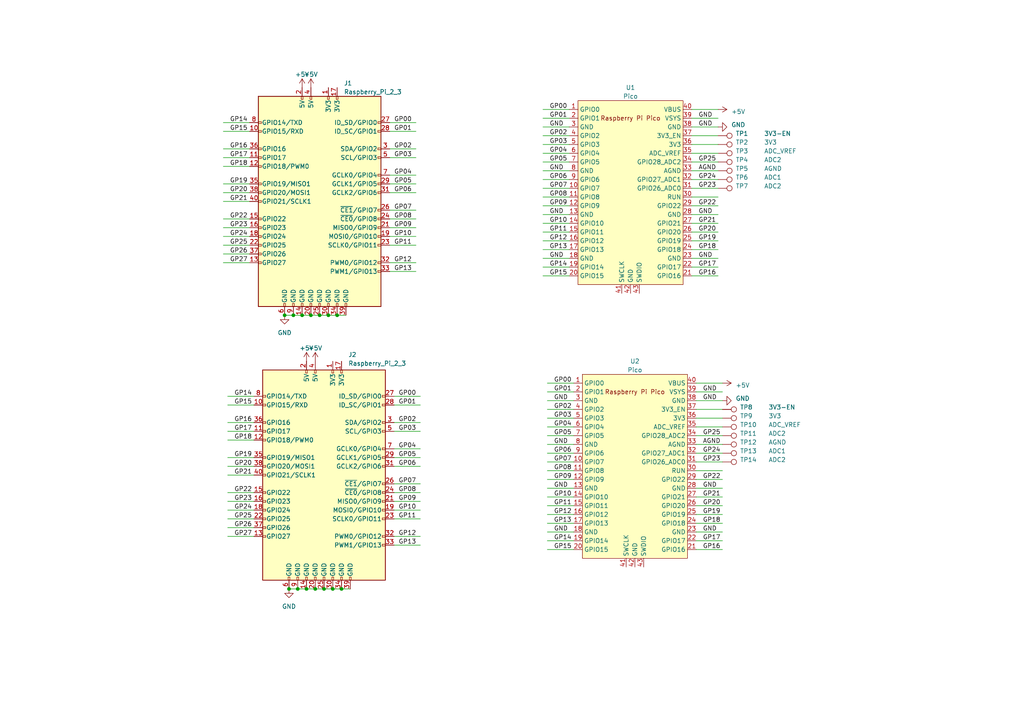
<source format=kicad_sch>
(kicad_sch (version 20230121) (generator eeschema)

  (uuid 8c7e1fa2-cdf9-4adb-a5c5-0f4a15cced9d)

  (paper "A4")

  (lib_symbols
    (symbol "Connector:Raspberry_Pi_2_3" (pin_names (offset 1.016)) (in_bom yes) (on_board yes)
      (property "Reference" "J" (at -17.78 31.75 0)
        (effects (font (size 1.27 1.27)) (justify left bottom))
      )
      (property "Value" "Raspberry_Pi_2_3" (at 10.16 -31.75 0)
        (effects (font (size 1.27 1.27)) (justify left top))
      )
      (property "Footprint" "" (at 0 0 0)
        (effects (font (size 1.27 1.27)) hide)
      )
      (property "Datasheet" "https://www.raspberrypi.org/documentation/hardware/raspberrypi/schematics/rpi_SCH_3bplus_1p0_reduced.pdf" (at 0 0 0)
        (effects (font (size 1.27 1.27)) hide)
      )
      (property "ki_keywords" "raspberrypi gpio" (at 0 0 0)
        (effects (font (size 1.27 1.27)) hide)
      )
      (property "ki_description" "expansion header for Raspberry Pi 2 & 3" (at 0 0 0)
        (effects (font (size 1.27 1.27)) hide)
      )
      (property "ki_fp_filters" "PinHeader*2x20*P2.54mm*Vertical* PinSocket*2x20*P2.54mm*Vertical*" (at 0 0 0)
        (effects (font (size 1.27 1.27)) hide)
      )
      (symbol "Raspberry_Pi_2_3_0_1"
        (rectangle (start -17.78 30.48) (end 17.78 -30.48)
          (stroke (width 0.254) (type default))
          (fill (type background))
        )
      )
      (symbol "Raspberry_Pi_2_3_1_1"
        (rectangle (start -16.891 -17.526) (end -17.78 -18.034)
          (stroke (width 0) (type default))
          (fill (type none))
        )
        (rectangle (start -16.891 -14.986) (end -17.78 -15.494)
          (stroke (width 0) (type default))
          (fill (type none))
        )
        (rectangle (start -16.891 -12.446) (end -17.78 -12.954)
          (stroke (width 0) (type default))
          (fill (type none))
        )
        (rectangle (start -16.891 -9.906) (end -17.78 -10.414)
          (stroke (width 0) (type default))
          (fill (type none))
        )
        (rectangle (start -16.891 -7.366) (end -17.78 -7.874)
          (stroke (width 0) (type default))
          (fill (type none))
        )
        (rectangle (start -16.891 -4.826) (end -17.78 -5.334)
          (stroke (width 0) (type default))
          (fill (type none))
        )
        (rectangle (start -16.891 0.254) (end -17.78 -0.254)
          (stroke (width 0) (type default))
          (fill (type none))
        )
        (rectangle (start -16.891 2.794) (end -17.78 2.286)
          (stroke (width 0) (type default))
          (fill (type none))
        )
        (rectangle (start -16.891 5.334) (end -17.78 4.826)
          (stroke (width 0) (type default))
          (fill (type none))
        )
        (rectangle (start -16.891 10.414) (end -17.78 9.906)
          (stroke (width 0) (type default))
          (fill (type none))
        )
        (rectangle (start -16.891 12.954) (end -17.78 12.446)
          (stroke (width 0) (type default))
          (fill (type none))
        )
        (rectangle (start -16.891 15.494) (end -17.78 14.986)
          (stroke (width 0) (type default))
          (fill (type none))
        )
        (rectangle (start -16.891 20.574) (end -17.78 20.066)
          (stroke (width 0) (type default))
          (fill (type none))
        )
        (rectangle (start -16.891 23.114) (end -17.78 22.606)
          (stroke (width 0) (type default))
          (fill (type none))
        )
        (rectangle (start -10.414 -29.591) (end -9.906 -30.48)
          (stroke (width 0) (type default))
          (fill (type none))
        )
        (rectangle (start -7.874 -29.591) (end -7.366 -30.48)
          (stroke (width 0) (type default))
          (fill (type none))
        )
        (rectangle (start -5.334 -29.591) (end -4.826 -30.48)
          (stroke (width 0) (type default))
          (fill (type none))
        )
        (rectangle (start -5.334 30.48) (end -4.826 29.591)
          (stroke (width 0) (type default))
          (fill (type none))
        )
        (rectangle (start -2.794 -29.591) (end -2.286 -30.48)
          (stroke (width 0) (type default))
          (fill (type none))
        )
        (rectangle (start -2.794 30.48) (end -2.286 29.591)
          (stroke (width 0) (type default))
          (fill (type none))
        )
        (rectangle (start -0.254 -29.591) (end 0.254 -30.48)
          (stroke (width 0) (type default))
          (fill (type none))
        )
        (rectangle (start 2.286 -29.591) (end 2.794 -30.48)
          (stroke (width 0) (type default))
          (fill (type none))
        )
        (rectangle (start 2.286 30.48) (end 2.794 29.591)
          (stroke (width 0) (type default))
          (fill (type none))
        )
        (rectangle (start 4.826 -29.591) (end 5.334 -30.48)
          (stroke (width 0) (type default))
          (fill (type none))
        )
        (rectangle (start 4.826 30.48) (end 5.334 29.591)
          (stroke (width 0) (type default))
          (fill (type none))
        )
        (rectangle (start 7.366 -29.591) (end 7.874 -30.48)
          (stroke (width 0) (type default))
          (fill (type none))
        )
        (rectangle (start 17.78 -20.066) (end 16.891 -20.574)
          (stroke (width 0) (type default))
          (fill (type none))
        )
        (rectangle (start 17.78 -17.526) (end 16.891 -18.034)
          (stroke (width 0) (type default))
          (fill (type none))
        )
        (rectangle (start 17.78 -12.446) (end 16.891 -12.954)
          (stroke (width 0) (type default))
          (fill (type none))
        )
        (rectangle (start 17.78 -9.906) (end 16.891 -10.414)
          (stroke (width 0) (type default))
          (fill (type none))
        )
        (rectangle (start 17.78 -7.366) (end 16.891 -7.874)
          (stroke (width 0) (type default))
          (fill (type none))
        )
        (rectangle (start 17.78 -4.826) (end 16.891 -5.334)
          (stroke (width 0) (type default))
          (fill (type none))
        )
        (rectangle (start 17.78 -2.286) (end 16.891 -2.794)
          (stroke (width 0) (type default))
          (fill (type none))
        )
        (rectangle (start 17.78 2.794) (end 16.891 2.286)
          (stroke (width 0) (type default))
          (fill (type none))
        )
        (rectangle (start 17.78 5.334) (end 16.891 4.826)
          (stroke (width 0) (type default))
          (fill (type none))
        )
        (rectangle (start 17.78 7.874) (end 16.891 7.366)
          (stroke (width 0) (type default))
          (fill (type none))
        )
        (rectangle (start 17.78 12.954) (end 16.891 12.446)
          (stroke (width 0) (type default))
          (fill (type none))
        )
        (rectangle (start 17.78 15.494) (end 16.891 14.986)
          (stroke (width 0) (type default))
          (fill (type none))
        )
        (rectangle (start 17.78 20.574) (end 16.891 20.066)
          (stroke (width 0) (type default))
          (fill (type none))
        )
        (rectangle (start 17.78 23.114) (end 16.891 22.606)
          (stroke (width 0) (type default))
          (fill (type none))
        )
        (pin power_in line (at 2.54 33.02 270) (length 2.54)
          (name "3V3" (effects (font (size 1.27 1.27))))
          (number "1" (effects (font (size 1.27 1.27))))
        )
        (pin bidirectional line (at -20.32 20.32 0) (length 2.54)
          (name "GPIO15/RXD" (effects (font (size 1.27 1.27))))
          (number "10" (effects (font (size 1.27 1.27))))
        )
        (pin bidirectional line (at -20.32 12.7 0) (length 2.54)
          (name "GPIO17" (effects (font (size 1.27 1.27))))
          (number "11" (effects (font (size 1.27 1.27))))
        )
        (pin bidirectional line (at -20.32 10.16 0) (length 2.54)
          (name "GPIO18/PWM0" (effects (font (size 1.27 1.27))))
          (number "12" (effects (font (size 1.27 1.27))))
        )
        (pin bidirectional line (at -20.32 -17.78 0) (length 2.54)
          (name "GPIO27" (effects (font (size 1.27 1.27))))
          (number "13" (effects (font (size 1.27 1.27))))
        )
        (pin power_in line (at -5.08 -33.02 90) (length 2.54)
          (name "GND" (effects (font (size 1.27 1.27))))
          (number "14" (effects (font (size 1.27 1.27))))
        )
        (pin bidirectional line (at -20.32 -5.08 0) (length 2.54)
          (name "GPIO22" (effects (font (size 1.27 1.27))))
          (number "15" (effects (font (size 1.27 1.27))))
        )
        (pin bidirectional line (at -20.32 -7.62 0) (length 2.54)
          (name "GPIO23" (effects (font (size 1.27 1.27))))
          (number "16" (effects (font (size 1.27 1.27))))
        )
        (pin power_in line (at 5.08 33.02 270) (length 2.54)
          (name "3V3" (effects (font (size 1.27 1.27))))
          (number "17" (effects (font (size 1.27 1.27))))
        )
        (pin bidirectional line (at -20.32 -10.16 0) (length 2.54)
          (name "GPIO24" (effects (font (size 1.27 1.27))))
          (number "18" (effects (font (size 1.27 1.27))))
        )
        (pin bidirectional line (at 20.32 -10.16 180) (length 2.54)
          (name "MOSI0/GPIO10" (effects (font (size 1.27 1.27))))
          (number "19" (effects (font (size 1.27 1.27))))
        )
        (pin power_in line (at -5.08 33.02 270) (length 2.54)
          (name "5V" (effects (font (size 1.27 1.27))))
          (number "2" (effects (font (size 1.27 1.27))))
        )
        (pin power_in line (at -2.54 -33.02 90) (length 2.54)
          (name "GND" (effects (font (size 1.27 1.27))))
          (number "20" (effects (font (size 1.27 1.27))))
        )
        (pin bidirectional line (at 20.32 -7.62 180) (length 2.54)
          (name "MISO0/GPIO9" (effects (font (size 1.27 1.27))))
          (number "21" (effects (font (size 1.27 1.27))))
        )
        (pin bidirectional line (at -20.32 -12.7 0) (length 2.54)
          (name "GPIO25" (effects (font (size 1.27 1.27))))
          (number "22" (effects (font (size 1.27 1.27))))
        )
        (pin bidirectional line (at 20.32 -12.7 180) (length 2.54)
          (name "SCLK0/GPIO11" (effects (font (size 1.27 1.27))))
          (number "23" (effects (font (size 1.27 1.27))))
        )
        (pin bidirectional line (at 20.32 -5.08 180) (length 2.54)
          (name "~{CE0}/GPIO8" (effects (font (size 1.27 1.27))))
          (number "24" (effects (font (size 1.27 1.27))))
        )
        (pin power_in line (at 0 -33.02 90) (length 2.54)
          (name "GND" (effects (font (size 1.27 1.27))))
          (number "25" (effects (font (size 1.27 1.27))))
        )
        (pin bidirectional line (at 20.32 -2.54 180) (length 2.54)
          (name "~{CE1}/GPIO7" (effects (font (size 1.27 1.27))))
          (number "26" (effects (font (size 1.27 1.27))))
        )
        (pin bidirectional line (at 20.32 22.86 180) (length 2.54)
          (name "ID_SD/GPIO0" (effects (font (size 1.27 1.27))))
          (number "27" (effects (font (size 1.27 1.27))))
        )
        (pin bidirectional line (at 20.32 20.32 180) (length 2.54)
          (name "ID_SC/GPIO1" (effects (font (size 1.27 1.27))))
          (number "28" (effects (font (size 1.27 1.27))))
        )
        (pin bidirectional line (at 20.32 5.08 180) (length 2.54)
          (name "GCLK1/GPIO5" (effects (font (size 1.27 1.27))))
          (number "29" (effects (font (size 1.27 1.27))))
        )
        (pin bidirectional line (at 20.32 15.24 180) (length 2.54)
          (name "SDA/GPIO2" (effects (font (size 1.27 1.27))))
          (number "3" (effects (font (size 1.27 1.27))))
        )
        (pin power_in line (at 2.54 -33.02 90) (length 2.54)
          (name "GND" (effects (font (size 1.27 1.27))))
          (number "30" (effects (font (size 1.27 1.27))))
        )
        (pin bidirectional line (at 20.32 2.54 180) (length 2.54)
          (name "GCLK2/GPIO6" (effects (font (size 1.27 1.27))))
          (number "31" (effects (font (size 1.27 1.27))))
        )
        (pin bidirectional line (at 20.32 -17.78 180) (length 2.54)
          (name "PWM0/GPIO12" (effects (font (size 1.27 1.27))))
          (number "32" (effects (font (size 1.27 1.27))))
        )
        (pin bidirectional line (at 20.32 -20.32 180) (length 2.54)
          (name "PWM1/GPIO13" (effects (font (size 1.27 1.27))))
          (number "33" (effects (font (size 1.27 1.27))))
        )
        (pin power_in line (at 5.08 -33.02 90) (length 2.54)
          (name "GND" (effects (font (size 1.27 1.27))))
          (number "34" (effects (font (size 1.27 1.27))))
        )
        (pin bidirectional line (at -20.32 5.08 0) (length 2.54)
          (name "GPIO19/MISO1" (effects (font (size 1.27 1.27))))
          (number "35" (effects (font (size 1.27 1.27))))
        )
        (pin bidirectional line (at -20.32 15.24 0) (length 2.54)
          (name "GPIO16" (effects (font (size 1.27 1.27))))
          (number "36" (effects (font (size 1.27 1.27))))
        )
        (pin bidirectional line (at -20.32 -15.24 0) (length 2.54)
          (name "GPIO26" (effects (font (size 1.27 1.27))))
          (number "37" (effects (font (size 1.27 1.27))))
        )
        (pin bidirectional line (at -20.32 2.54 0) (length 2.54)
          (name "GPIO20/MOSI1" (effects (font (size 1.27 1.27))))
          (number "38" (effects (font (size 1.27 1.27))))
        )
        (pin power_in line (at 7.62 -33.02 90) (length 2.54)
          (name "GND" (effects (font (size 1.27 1.27))))
          (number "39" (effects (font (size 1.27 1.27))))
        )
        (pin power_in line (at -2.54 33.02 270) (length 2.54)
          (name "5V" (effects (font (size 1.27 1.27))))
          (number "4" (effects (font (size 1.27 1.27))))
        )
        (pin bidirectional line (at -20.32 0 0) (length 2.54)
          (name "GPIO21/SCLK1" (effects (font (size 1.27 1.27))))
          (number "40" (effects (font (size 1.27 1.27))))
        )
        (pin bidirectional line (at 20.32 12.7 180) (length 2.54)
          (name "SCL/GPIO3" (effects (font (size 1.27 1.27))))
          (number "5" (effects (font (size 1.27 1.27))))
        )
        (pin power_in line (at -10.16 -33.02 90) (length 2.54)
          (name "GND" (effects (font (size 1.27 1.27))))
          (number "6" (effects (font (size 1.27 1.27))))
        )
        (pin bidirectional line (at 20.32 7.62 180) (length 2.54)
          (name "GCLK0/GPIO4" (effects (font (size 1.27 1.27))))
          (number "7" (effects (font (size 1.27 1.27))))
        )
        (pin bidirectional line (at -20.32 22.86 0) (length 2.54)
          (name "GPIO14/TXD" (effects (font (size 1.27 1.27))))
          (number "8" (effects (font (size 1.27 1.27))))
        )
        (pin power_in line (at -7.62 -33.02 90) (length 2.54)
          (name "GND" (effects (font (size 1.27 1.27))))
          (number "9" (effects (font (size 1.27 1.27))))
        )
      )
    )
    (symbol "Connector:TestPoint" (pin_numbers hide) (pin_names (offset 0.762) hide) (in_bom yes) (on_board yes)
      (property "Reference" "TP" (at 0 6.858 0)
        (effects (font (size 1.27 1.27)))
      )
      (property "Value" "TestPoint" (at 0 5.08 0)
        (effects (font (size 1.27 1.27)))
      )
      (property "Footprint" "" (at 5.08 0 0)
        (effects (font (size 1.27 1.27)) hide)
      )
      (property "Datasheet" "~" (at 5.08 0 0)
        (effects (font (size 1.27 1.27)) hide)
      )
      (property "ki_keywords" "test point tp" (at 0 0 0)
        (effects (font (size 1.27 1.27)) hide)
      )
      (property "ki_description" "test point" (at 0 0 0)
        (effects (font (size 1.27 1.27)) hide)
      )
      (property "ki_fp_filters" "Pin* Test*" (at 0 0 0)
        (effects (font (size 1.27 1.27)) hide)
      )
      (symbol "TestPoint_0_1"
        (circle (center 0 3.302) (radius 0.762)
          (stroke (width 0) (type default))
          (fill (type none))
        )
      )
      (symbol "TestPoint_1_1"
        (pin passive line (at 0 0 90) (length 2.54)
          (name "1" (effects (font (size 1.27 1.27))))
          (number "1" (effects (font (size 1.27 1.27))))
        )
      )
    )
    (symbol "MCU_RaspberryPi_and_Boards:Pico" (in_bom yes) (on_board yes)
      (property "Reference" "U" (at -13.97 27.94 0)
        (effects (font (size 1.27 1.27)))
      )
      (property "Value" "Pico" (at 0 19.05 0)
        (effects (font (size 1.27 1.27)))
      )
      (property "Footprint" "RPi_Pico:RPi_Pico_SMD_TH" (at 0 0 90)
        (effects (font (size 1.27 1.27)) hide)
      )
      (property "Datasheet" "" (at 0 0 0)
        (effects (font (size 1.27 1.27)) hide)
      )
      (symbol "Pico_0_0"
        (text "Raspberry Pi Pico" (at 0 21.59 0)
          (effects (font (size 1.27 1.27)))
        )
      )
      (symbol "Pico_0_1"
        (rectangle (start -15.24 26.67) (end 15.24 -26.67)
          (stroke (width 0) (type default))
          (fill (type background))
        )
      )
      (symbol "Pico_1_1"
        (pin bidirectional line (at -17.78 24.13 0) (length 2.54)
          (name "GPIO0" (effects (font (size 1.27 1.27))))
          (number "1" (effects (font (size 1.27 1.27))))
        )
        (pin bidirectional line (at -17.78 1.27 0) (length 2.54)
          (name "GPIO7" (effects (font (size 1.27 1.27))))
          (number "10" (effects (font (size 1.27 1.27))))
        )
        (pin bidirectional line (at -17.78 -1.27 0) (length 2.54)
          (name "GPIO8" (effects (font (size 1.27 1.27))))
          (number "11" (effects (font (size 1.27 1.27))))
        )
        (pin bidirectional line (at -17.78 -3.81 0) (length 2.54)
          (name "GPIO9" (effects (font (size 1.27 1.27))))
          (number "12" (effects (font (size 1.27 1.27))))
        )
        (pin power_in line (at -17.78 -6.35 0) (length 2.54)
          (name "GND" (effects (font (size 1.27 1.27))))
          (number "13" (effects (font (size 1.27 1.27))))
        )
        (pin bidirectional line (at -17.78 -8.89 0) (length 2.54)
          (name "GPIO10" (effects (font (size 1.27 1.27))))
          (number "14" (effects (font (size 1.27 1.27))))
        )
        (pin bidirectional line (at -17.78 -11.43 0) (length 2.54)
          (name "GPIO11" (effects (font (size 1.27 1.27))))
          (number "15" (effects (font (size 1.27 1.27))))
        )
        (pin bidirectional line (at -17.78 -13.97 0) (length 2.54)
          (name "GPIO12" (effects (font (size 1.27 1.27))))
          (number "16" (effects (font (size 1.27 1.27))))
        )
        (pin bidirectional line (at -17.78 -16.51 0) (length 2.54)
          (name "GPIO13" (effects (font (size 1.27 1.27))))
          (number "17" (effects (font (size 1.27 1.27))))
        )
        (pin power_in line (at -17.78 -19.05 0) (length 2.54)
          (name "GND" (effects (font (size 1.27 1.27))))
          (number "18" (effects (font (size 1.27 1.27))))
        )
        (pin bidirectional line (at -17.78 -21.59 0) (length 2.54)
          (name "GPIO14" (effects (font (size 1.27 1.27))))
          (number "19" (effects (font (size 1.27 1.27))))
        )
        (pin bidirectional line (at -17.78 21.59 0) (length 2.54)
          (name "GPIO1" (effects (font (size 1.27 1.27))))
          (number "2" (effects (font (size 1.27 1.27))))
        )
        (pin bidirectional line (at -17.78 -24.13 0) (length 2.54)
          (name "GPIO15" (effects (font (size 1.27 1.27))))
          (number "20" (effects (font (size 1.27 1.27))))
        )
        (pin bidirectional line (at 17.78 -24.13 180) (length 2.54)
          (name "GPIO16" (effects (font (size 1.27 1.27))))
          (number "21" (effects (font (size 1.27 1.27))))
        )
        (pin bidirectional line (at 17.78 -21.59 180) (length 2.54)
          (name "GPIO17" (effects (font (size 1.27 1.27))))
          (number "22" (effects (font (size 1.27 1.27))))
        )
        (pin power_in line (at 17.78 -19.05 180) (length 2.54)
          (name "GND" (effects (font (size 1.27 1.27))))
          (number "23" (effects (font (size 1.27 1.27))))
        )
        (pin bidirectional line (at 17.78 -16.51 180) (length 2.54)
          (name "GPIO18" (effects (font (size 1.27 1.27))))
          (number "24" (effects (font (size 1.27 1.27))))
        )
        (pin bidirectional line (at 17.78 -13.97 180) (length 2.54)
          (name "GPIO19" (effects (font (size 1.27 1.27))))
          (number "25" (effects (font (size 1.27 1.27))))
        )
        (pin bidirectional line (at 17.78 -11.43 180) (length 2.54)
          (name "GPIO20" (effects (font (size 1.27 1.27))))
          (number "26" (effects (font (size 1.27 1.27))))
        )
        (pin bidirectional line (at 17.78 -8.89 180) (length 2.54)
          (name "GPIO21" (effects (font (size 1.27 1.27))))
          (number "27" (effects (font (size 1.27 1.27))))
        )
        (pin power_in line (at 17.78 -6.35 180) (length 2.54)
          (name "GND" (effects (font (size 1.27 1.27))))
          (number "28" (effects (font (size 1.27 1.27))))
        )
        (pin bidirectional line (at 17.78 -3.81 180) (length 2.54)
          (name "GPIO22" (effects (font (size 1.27 1.27))))
          (number "29" (effects (font (size 1.27 1.27))))
        )
        (pin power_in line (at -17.78 19.05 0) (length 2.54)
          (name "GND" (effects (font (size 1.27 1.27))))
          (number "3" (effects (font (size 1.27 1.27))))
        )
        (pin input line (at 17.78 -1.27 180) (length 2.54)
          (name "RUN" (effects (font (size 1.27 1.27))))
          (number "30" (effects (font (size 1.27 1.27))))
        )
        (pin bidirectional line (at 17.78 1.27 180) (length 2.54)
          (name "GPIO26_ADC0" (effects (font (size 1.27 1.27))))
          (number "31" (effects (font (size 1.27 1.27))))
        )
        (pin bidirectional line (at 17.78 3.81 180) (length 2.54)
          (name "GPIO27_ADC1" (effects (font (size 1.27 1.27))))
          (number "32" (effects (font (size 1.27 1.27))))
        )
        (pin power_in line (at 17.78 6.35 180) (length 2.54)
          (name "AGND" (effects (font (size 1.27 1.27))))
          (number "33" (effects (font (size 1.27 1.27))))
        )
        (pin bidirectional line (at 17.78 8.89 180) (length 2.54)
          (name "GPIO28_ADC2" (effects (font (size 1.27 1.27))))
          (number "34" (effects (font (size 1.27 1.27))))
        )
        (pin power_in line (at 17.78 11.43 180) (length 2.54)
          (name "ADC_VREF" (effects (font (size 1.27 1.27))))
          (number "35" (effects (font (size 1.27 1.27))))
        )
        (pin power_in line (at 17.78 13.97 180) (length 2.54)
          (name "3V3" (effects (font (size 1.27 1.27))))
          (number "36" (effects (font (size 1.27 1.27))))
        )
        (pin input line (at 17.78 16.51 180) (length 2.54)
          (name "3V3_EN" (effects (font (size 1.27 1.27))))
          (number "37" (effects (font (size 1.27 1.27))))
        )
        (pin bidirectional line (at 17.78 19.05 180) (length 2.54)
          (name "GND" (effects (font (size 1.27 1.27))))
          (number "38" (effects (font (size 1.27 1.27))))
        )
        (pin power_in line (at 17.78 21.59 180) (length 2.54)
          (name "VSYS" (effects (font (size 1.27 1.27))))
          (number "39" (effects (font (size 1.27 1.27))))
        )
        (pin bidirectional line (at -17.78 16.51 0) (length 2.54)
          (name "GPIO2" (effects (font (size 1.27 1.27))))
          (number "4" (effects (font (size 1.27 1.27))))
        )
        (pin power_in line (at 17.78 24.13 180) (length 2.54)
          (name "VBUS" (effects (font (size 1.27 1.27))))
          (number "40" (effects (font (size 1.27 1.27))))
        )
        (pin input line (at -2.54 -29.21 90) (length 2.54)
          (name "SWCLK" (effects (font (size 1.27 1.27))))
          (number "41" (effects (font (size 1.27 1.27))))
        )
        (pin power_in line (at 0 -29.21 90) (length 2.54)
          (name "GND" (effects (font (size 1.27 1.27))))
          (number "42" (effects (font (size 1.27 1.27))))
        )
        (pin bidirectional line (at 2.54 -29.21 90) (length 2.54)
          (name "SWDIO" (effects (font (size 1.27 1.27))))
          (number "43" (effects (font (size 1.27 1.27))))
        )
        (pin bidirectional line (at -17.78 13.97 0) (length 2.54)
          (name "GPIO3" (effects (font (size 1.27 1.27))))
          (number "5" (effects (font (size 1.27 1.27))))
        )
        (pin bidirectional line (at -17.78 11.43 0) (length 2.54)
          (name "GPIO4" (effects (font (size 1.27 1.27))))
          (number "6" (effects (font (size 1.27 1.27))))
        )
        (pin bidirectional line (at -17.78 8.89 0) (length 2.54)
          (name "GPIO5" (effects (font (size 1.27 1.27))))
          (number "7" (effects (font (size 1.27 1.27))))
        )
        (pin power_in line (at -17.78 6.35 0) (length 2.54)
          (name "GND" (effects (font (size 1.27 1.27))))
          (number "8" (effects (font (size 1.27 1.27))))
        )
        (pin bidirectional line (at -17.78 3.81 0) (length 2.54)
          (name "GPIO6" (effects (font (size 1.27 1.27))))
          (number "9" (effects (font (size 1.27 1.27))))
        )
      )
    )
    (symbol "power:+5V" (power) (pin_names (offset 0)) (in_bom yes) (on_board yes)
      (property "Reference" "#PWR" (at 0 -3.81 0)
        (effects (font (size 1.27 1.27)) hide)
      )
      (property "Value" "+5V" (at 0 3.556 0)
        (effects (font (size 1.27 1.27)))
      )
      (property "Footprint" "" (at 0 0 0)
        (effects (font (size 1.27 1.27)) hide)
      )
      (property "Datasheet" "" (at 0 0 0)
        (effects (font (size 1.27 1.27)) hide)
      )
      (property "ki_keywords" "global power" (at 0 0 0)
        (effects (font (size 1.27 1.27)) hide)
      )
      (property "ki_description" "Power symbol creates a global label with name \"+5V\"" (at 0 0 0)
        (effects (font (size 1.27 1.27)) hide)
      )
      (symbol "+5V_0_1"
        (polyline
          (pts
            (xy -0.762 1.27)
            (xy 0 2.54)
          )
          (stroke (width 0) (type default))
          (fill (type none))
        )
        (polyline
          (pts
            (xy 0 0)
            (xy 0 2.54)
          )
          (stroke (width 0) (type default))
          (fill (type none))
        )
        (polyline
          (pts
            (xy 0 2.54)
            (xy 0.762 1.27)
          )
          (stroke (width 0) (type default))
          (fill (type none))
        )
      )
      (symbol "+5V_1_1"
        (pin power_in line (at 0 0 90) (length 0) hide
          (name "+5V" (effects (font (size 1.27 1.27))))
          (number "1" (effects (font (size 1.27 1.27))))
        )
      )
    )
    (symbol "power:GND" (power) (pin_names (offset 0)) (in_bom yes) (on_board yes)
      (property "Reference" "#PWR" (at 0 -6.35 0)
        (effects (font (size 1.27 1.27)) hide)
      )
      (property "Value" "GND" (at 0 -3.81 0)
        (effects (font (size 1.27 1.27)))
      )
      (property "Footprint" "" (at 0 0 0)
        (effects (font (size 1.27 1.27)) hide)
      )
      (property "Datasheet" "" (at 0 0 0)
        (effects (font (size 1.27 1.27)) hide)
      )
      (property "ki_keywords" "global power" (at 0 0 0)
        (effects (font (size 1.27 1.27)) hide)
      )
      (property "ki_description" "Power symbol creates a global label with name \"GND\" , ground" (at 0 0 0)
        (effects (font (size 1.27 1.27)) hide)
      )
      (symbol "GND_0_1"
        (polyline
          (pts
            (xy 0 0)
            (xy 0 -1.27)
            (xy 1.27 -1.27)
            (xy 0 -2.54)
            (xy -1.27 -1.27)
            (xy 0 -1.27)
          )
          (stroke (width 0) (type default))
          (fill (type none))
        )
      )
      (symbol "GND_1_1"
        (pin power_in line (at 0 0 270) (length 0) hide
          (name "GND" (effects (font (size 1.27 1.27))))
          (number "1" (effects (font (size 1.27 1.27))))
        )
      )
    )
  )

  (junction (at 92.71 91.44) (diameter 0) (color 0 0 0 0)
    (uuid 12f387e1-47ba-426b-b548-6f0fcf1ec94b)
  )
  (junction (at 93.98 170.815) (diameter 0) (color 0 0 0 0)
    (uuid 2fe347df-b0c0-4783-92d8-e84978ae802c)
  )
  (junction (at 82.55 91.44) (diameter 0) (color 0 0 0 0)
    (uuid 398b7db1-6ba0-4311-aa53-8a6feb35a708)
  )
  (junction (at 86.36 170.815) (diameter 0) (color 0 0 0 0)
    (uuid 3b7c175a-0187-4600-abc0-a7b68ff637ac)
  )
  (junction (at 99.06 170.815) (diameter 0) (color 0 0 0 0)
    (uuid 51336f0d-9ace-4fa4-a20e-f483e2ba1448)
  )
  (junction (at 88.9 170.815) (diameter 0) (color 0 0 0 0)
    (uuid 71f00510-9aa4-4844-a051-23b9f0787f75)
  )
  (junction (at 83.82 170.815) (diameter 0) (color 0 0 0 0)
    (uuid 76076994-618b-458e-ba29-072be123f697)
  )
  (junction (at 97.79 91.44) (diameter 0) (color 0 0 0 0)
    (uuid 8fe093e0-c1c5-4724-99f3-22020a931390)
  )
  (junction (at 87.63 91.44) (diameter 0) (color 0 0 0 0)
    (uuid d3d7ea17-9997-4216-b9f6-fd31c25beb64)
  )
  (junction (at 95.25 91.44) (diameter 0) (color 0 0 0 0)
    (uuid d8b456b8-3cf9-4dbf-a9b5-f740ad8f35dc)
  )
  (junction (at 85.09 91.44) (diameter 0) (color 0 0 0 0)
    (uuid f5778b46-060e-4e7a-b335-29c0b119efc9)
  )
  (junction (at 91.44 170.815) (diameter 0) (color 0 0 0 0)
    (uuid f73ccf7e-7e28-49d4-9e4d-ff9ad640c553)
  )
  (junction (at 96.52 170.815) (diameter 0) (color 0 0 0 0)
    (uuid fdcb4ca0-b0c6-4f60-9788-de2ca5110715)
  )
  (junction (at 90.17 91.44) (diameter 0) (color 0 0 0 0)
    (uuid feea1fdb-bc0f-4155-b87e-e39c3aa83103)
  )

  (wire (pts (xy 64.77 63.5) (xy 72.39 63.5))
    (stroke (width 0) (type default))
    (uuid 017e03f4-96cd-443d-8d0c-a7bee6feab87)
  )
  (wire (pts (xy 113.03 60.96) (xy 120.65 60.96))
    (stroke (width 0) (type default))
    (uuid 02ffd0de-ce66-46ab-8c66-8c8de2f41f93)
  )
  (wire (pts (xy 114.3 142.875) (xy 121.92 142.875))
    (stroke (width 0) (type default))
    (uuid 035f8ebd-5b99-4168-8f29-8625045cc767)
  )
  (wire (pts (xy 113.03 43.18) (xy 120.65 43.18))
    (stroke (width 0) (type default))
    (uuid 04245f23-0493-4b2a-a26e-e7d89c5a0d88)
  )
  (wire (pts (xy 158.75 131.445) (xy 166.37 131.445))
    (stroke (width 0) (type default))
    (uuid 06b0fb52-78d5-4809-a80e-ba0dabc96c03)
  )
  (wire (pts (xy 200.66 34.29) (xy 208.28 34.29))
    (stroke (width 0) (type default))
    (uuid 06f84134-44f1-429e-ae71-4dbdb728ecb9)
  )
  (wire (pts (xy 201.93 128.905) (xy 209.55 128.905))
    (stroke (width 0) (type default))
    (uuid 0a2c9119-7b17-46ff-8cc6-a4c09346092d)
  )
  (wire (pts (xy 200.66 69.85) (xy 208.28 69.85))
    (stroke (width 0) (type default))
    (uuid 0a541f16-2c9a-42e1-92bf-21530f07ae6f)
  )
  (wire (pts (xy 201.93 123.825) (xy 209.55 123.825))
    (stroke (width 0) (type default))
    (uuid 0e590f5f-7724-4387-85e2-b3bf3f59b6e2)
  )
  (wire (pts (xy 200.66 31.75) (xy 208.28 31.75))
    (stroke (width 0) (type default))
    (uuid 0e775ca7-21ae-4858-8967-9ab444e90093)
  )
  (wire (pts (xy 158.75 126.365) (xy 166.37 126.365))
    (stroke (width 0) (type default))
    (uuid 1260c5e8-9577-4a58-a726-fcb30f47125f)
  )
  (wire (pts (xy 201.93 159.385) (xy 209.55 159.385))
    (stroke (width 0) (type default))
    (uuid 133d9140-bdd1-477d-b234-f7f5102d97b1)
  )
  (wire (pts (xy 157.48 59.69) (xy 165.1 59.69))
    (stroke (width 0) (type default))
    (uuid 13c67a96-7491-4526-9c30-816886bb2050)
  )
  (wire (pts (xy 64.77 68.58) (xy 72.39 68.58))
    (stroke (width 0) (type default))
    (uuid 151af1bb-b267-4623-82ed-a319e95ae2ff)
  )
  (wire (pts (xy 157.48 31.75) (xy 165.1 31.75))
    (stroke (width 0) (type default))
    (uuid 1a978688-ee2c-4bf9-ab25-9a5a85dc68ce)
  )
  (wire (pts (xy 113.03 63.5) (xy 120.65 63.5))
    (stroke (width 0) (type default))
    (uuid 1c3e88c9-c1a5-4b7f-872a-128d07f08c58)
  )
  (wire (pts (xy 114.3 147.955) (xy 121.92 147.955))
    (stroke (width 0) (type default))
    (uuid 1ccec6ec-ffc9-4f66-aa41-439d85f27afb)
  )
  (wire (pts (xy 201.93 139.065) (xy 209.55 139.065))
    (stroke (width 0) (type default))
    (uuid 1d9b1d23-690c-403f-9f86-d5a96506d96b)
  )
  (wire (pts (xy 158.75 154.305) (xy 166.37 154.305))
    (stroke (width 0) (type default))
    (uuid 1ebc70cc-9e00-49d1-a8f1-e1d12e707a62)
  )
  (wire (pts (xy 114.3 132.715) (xy 121.92 132.715))
    (stroke (width 0) (type default))
    (uuid 1f53bfe0-d0b5-472c-a991-044ef7fcee80)
  )
  (wire (pts (xy 91.44 170.815) (xy 93.98 170.815))
    (stroke (width 0) (type default))
    (uuid 222bdc2e-28ca-48e3-8934-c71f760b69c5)
  )
  (wire (pts (xy 158.75 116.205) (xy 166.37 116.205))
    (stroke (width 0) (type default))
    (uuid 22ef3b0f-3437-4294-a84c-a81a054b1e93)
  )
  (wire (pts (xy 85.09 91.44) (xy 87.63 91.44))
    (stroke (width 0) (type default))
    (uuid 243b993a-2658-4ce0-8213-d7cd62870ddd)
  )
  (wire (pts (xy 201.93 144.145) (xy 209.55 144.145))
    (stroke (width 0) (type default))
    (uuid 253f74eb-09e5-486e-a905-192299399c82)
  )
  (wire (pts (xy 64.77 45.72) (xy 72.39 45.72))
    (stroke (width 0) (type default))
    (uuid 2a478037-c421-4663-a97b-8bc7e6c62946)
  )
  (wire (pts (xy 200.66 49.53) (xy 208.28 49.53))
    (stroke (width 0) (type default))
    (uuid 2bf1d255-fee4-4b95-94f8-e0c8442db269)
  )
  (wire (pts (xy 95.25 91.44) (xy 97.79 91.44))
    (stroke (width 0) (type default))
    (uuid 2fb8b358-c73f-4511-bc07-f2edaf7292ce)
  )
  (wire (pts (xy 66.04 125.095) (xy 73.66 125.095))
    (stroke (width 0) (type default))
    (uuid 30beff44-14aa-462d-ad18-4c19df39fb82)
  )
  (wire (pts (xy 201.93 156.845) (xy 209.55 156.845))
    (stroke (width 0) (type default))
    (uuid 3171784d-0917-4477-9498-3f641508902d)
  )
  (wire (pts (xy 200.66 41.91) (xy 208.28 41.91))
    (stroke (width 0) (type default))
    (uuid 343212e8-d129-4bba-9f0d-704ee9ec71ec)
  )
  (wire (pts (xy 66.04 145.415) (xy 73.66 145.415))
    (stroke (width 0) (type default))
    (uuid 3823a175-babc-4d30-af6d-efec21c75449)
  )
  (wire (pts (xy 157.48 67.31) (xy 165.1 67.31))
    (stroke (width 0) (type default))
    (uuid 39a1a695-836c-4d29-aac1-4810b68c236f)
  )
  (wire (pts (xy 113.03 66.04) (xy 120.65 66.04))
    (stroke (width 0) (type default))
    (uuid 3b361254-0ded-4f2d-8c9c-2984707c14ce)
  )
  (wire (pts (xy 157.48 80.01) (xy 165.1 80.01))
    (stroke (width 0) (type default))
    (uuid 3c251820-8f9b-4e2a-b2ff-b61521d44241)
  )
  (wire (pts (xy 114.3 155.575) (xy 121.92 155.575))
    (stroke (width 0) (type default))
    (uuid 3f54e93c-fffe-4c5f-8771-eaf7d8f12610)
  )
  (wire (pts (xy 113.03 38.1) (xy 120.65 38.1))
    (stroke (width 0) (type default))
    (uuid 3f721369-a30e-4edf-99bb-9dbb0ac5c442)
  )
  (wire (pts (xy 114.3 158.115) (xy 121.92 158.115))
    (stroke (width 0) (type default))
    (uuid 4880059c-96e1-4460-90d9-29b2163f5098)
  )
  (wire (pts (xy 201.93 133.985) (xy 209.55 133.985))
    (stroke (width 0) (type default))
    (uuid 4c285e09-5e79-424d-8988-b28635dec8a6)
  )
  (wire (pts (xy 157.48 69.85) (xy 165.1 69.85))
    (stroke (width 0) (type default))
    (uuid 4e8e5b21-e87f-4438-9d51-12729f2d3202)
  )
  (wire (pts (xy 64.77 58.42) (xy 72.39 58.42))
    (stroke (width 0) (type default))
    (uuid 50fce21f-bdf1-4674-9e1d-905814121451)
  )
  (wire (pts (xy 114.3 145.415) (xy 121.92 145.415))
    (stroke (width 0) (type default))
    (uuid 51180b0c-6164-47f3-b608-01066197bcb9)
  )
  (wire (pts (xy 114.3 140.335) (xy 121.92 140.335))
    (stroke (width 0) (type default))
    (uuid 51546a7f-a2bb-48cd-bf90-0b51446291f2)
  )
  (wire (pts (xy 158.75 141.605) (xy 166.37 141.605))
    (stroke (width 0) (type default))
    (uuid 527243e3-e501-4db5-854d-20002683c13c)
  )
  (wire (pts (xy 66.04 153.035) (xy 73.66 153.035))
    (stroke (width 0) (type default))
    (uuid 5357bff4-d316-407b-8a87-6ad76ea03d62)
  )
  (wire (pts (xy 113.03 71.12) (xy 120.65 71.12))
    (stroke (width 0) (type default))
    (uuid 557eda59-86a2-4b6e-835b-0d69a8b91c4d)
  )
  (wire (pts (xy 114.3 117.475) (xy 121.92 117.475))
    (stroke (width 0) (type default))
    (uuid 56ba8223-52ba-4567-9ef8-8b61966b6516)
  )
  (wire (pts (xy 201.93 149.225) (xy 209.55 149.225))
    (stroke (width 0) (type default))
    (uuid 572c1aaf-423b-47f8-a993-1be106f94306)
  )
  (wire (pts (xy 113.03 50.8) (xy 120.65 50.8))
    (stroke (width 0) (type default))
    (uuid 573f18df-5d67-4562-b4b1-2c460a4ac522)
  )
  (wire (pts (xy 113.03 35.56) (xy 120.65 35.56))
    (stroke (width 0) (type default))
    (uuid 5914dcda-f0f6-4512-aef1-a892304ecc37)
  )
  (wire (pts (xy 157.48 36.83) (xy 165.1 36.83))
    (stroke (width 0) (type default))
    (uuid 591a0c61-403f-4bb7-b7ef-b9ad0b7dbf88)
  )
  (wire (pts (xy 64.77 38.1) (xy 72.39 38.1))
    (stroke (width 0) (type default))
    (uuid 5a76a736-6225-407e-9139-e57261f00d93)
  )
  (wire (pts (xy 201.93 136.525) (xy 209.55 136.525))
    (stroke (width 0) (type default))
    (uuid 5e1c7ed6-8cf4-462c-b6ca-c884934fbb02)
  )
  (wire (pts (xy 158.75 151.765) (xy 166.37 151.765))
    (stroke (width 0) (type default))
    (uuid 5f28d63a-e1fb-41b4-b28c-345a119c90c2)
  )
  (wire (pts (xy 200.66 64.77) (xy 208.28 64.77))
    (stroke (width 0) (type default))
    (uuid 605e9e74-42a7-4afb-a404-bf0ec8d585b2)
  )
  (wire (pts (xy 114.3 122.555) (xy 121.92 122.555))
    (stroke (width 0) (type default))
    (uuid 636ad9d0-a5d6-43fb-b64c-bbbbe94eb15f)
  )
  (wire (pts (xy 201.93 151.765) (xy 209.55 151.765))
    (stroke (width 0) (type default))
    (uuid 6842e1ff-7e19-4712-8a36-e3a718981ff8)
  )
  (wire (pts (xy 64.77 55.88) (xy 72.39 55.88))
    (stroke (width 0) (type default))
    (uuid 6a48111e-32b4-46d8-96ae-19cd8e748000)
  )
  (wire (pts (xy 113.03 55.88) (xy 120.65 55.88))
    (stroke (width 0) (type default))
    (uuid 6b71bade-7b62-4936-a7ff-29859a6b62b6)
  )
  (wire (pts (xy 82.55 91.44) (xy 85.09 91.44))
    (stroke (width 0) (type default))
    (uuid 6b91574f-409b-4a30-b627-46a42cff551b)
  )
  (wire (pts (xy 88.9 170.815) (xy 91.44 170.815))
    (stroke (width 0) (type default))
    (uuid 71cfa947-e3af-462c-b9c2-86280e3e6f35)
  )
  (wire (pts (xy 66.04 127.635) (xy 73.66 127.635))
    (stroke (width 0) (type default))
    (uuid 73b0330c-89db-49c9-b2b6-010adaeafd8d)
  )
  (wire (pts (xy 64.77 43.18) (xy 72.39 43.18))
    (stroke (width 0) (type default))
    (uuid 7514cd8d-d6a9-4541-91aa-0c73a7064629)
  )
  (wire (pts (xy 66.04 150.495) (xy 73.66 150.495))
    (stroke (width 0) (type default))
    (uuid 752c6fec-6246-4414-9dc5-421d7a275559)
  )
  (wire (pts (xy 158.75 139.065) (xy 166.37 139.065))
    (stroke (width 0) (type default))
    (uuid 754f9554-3840-479d-8030-5dce14740fa5)
  )
  (wire (pts (xy 113.03 68.58) (xy 120.65 68.58))
    (stroke (width 0) (type default))
    (uuid 75738856-6404-4bb3-bd33-6d8ed20954c7)
  )
  (wire (pts (xy 200.66 36.83) (xy 208.28 36.83))
    (stroke (width 0) (type default))
    (uuid 7635ee4a-9495-4bb6-bbd2-9784e486c9d8)
  )
  (wire (pts (xy 64.77 48.26) (xy 72.39 48.26))
    (stroke (width 0) (type default))
    (uuid 78463ce7-2d33-4a23-b999-eb85a74bf4d6)
  )
  (wire (pts (xy 97.79 91.44) (xy 100.33 91.44))
    (stroke (width 0) (type default))
    (uuid 7ac27487-2209-4fec-af8f-d8e245420cf8)
  )
  (wire (pts (xy 66.04 155.575) (xy 73.66 155.575))
    (stroke (width 0) (type default))
    (uuid 7c03378b-7b84-4d12-8929-469f0696b5b1)
  )
  (wire (pts (xy 200.66 80.01) (xy 208.28 80.01))
    (stroke (width 0) (type default))
    (uuid 7c3b443d-2f81-45cc-9369-3af26e20cfe2)
  )
  (wire (pts (xy 201.93 111.125) (xy 209.55 111.125))
    (stroke (width 0) (type default))
    (uuid 7c7c110d-6c4c-46b7-8c67-a92357777f31)
  )
  (wire (pts (xy 158.75 133.985) (xy 166.37 133.985))
    (stroke (width 0) (type default))
    (uuid 7d262924-183f-45ae-b55e-01b3532ce1e1)
  )
  (wire (pts (xy 200.66 67.31) (xy 208.28 67.31))
    (stroke (width 0) (type default))
    (uuid 7df26ffb-3440-47ee-b457-f122dbd4c834)
  )
  (wire (pts (xy 158.75 113.665) (xy 166.37 113.665))
    (stroke (width 0) (type default))
    (uuid 7e19d5ba-4b1b-4d1d-b399-287862f6d57e)
  )
  (wire (pts (xy 66.04 122.555) (xy 73.66 122.555))
    (stroke (width 0) (type default))
    (uuid 80d00d65-7ff3-4223-ac33-5eeb0a2c1cd7)
  )
  (wire (pts (xy 201.93 141.605) (xy 209.55 141.605))
    (stroke (width 0) (type default))
    (uuid 8203b81b-8f9e-4ea8-96c1-e2d0bccd86e6)
  )
  (wire (pts (xy 64.77 76.2) (xy 72.39 76.2))
    (stroke (width 0) (type default))
    (uuid 84ec1d6b-e9f5-434f-9f20-f0c07eed248f)
  )
  (wire (pts (xy 114.3 150.495) (xy 121.92 150.495))
    (stroke (width 0) (type default))
    (uuid 87c7f378-55a6-48a0-965d-c76d10aabdea)
  )
  (wire (pts (xy 66.04 147.955) (xy 73.66 147.955))
    (stroke (width 0) (type default))
    (uuid 8a45bf1a-08c6-4b62-a188-6ffe7ddf96ab)
  )
  (wire (pts (xy 113.03 78.74) (xy 120.65 78.74))
    (stroke (width 0) (type default))
    (uuid 8adcb955-5598-4ac8-8fb0-15b03d011fef)
  )
  (wire (pts (xy 200.66 77.47) (xy 208.28 77.47))
    (stroke (width 0) (type default))
    (uuid 8cc3624f-216e-4d1f-8650-fb5ef844f1d2)
  )
  (wire (pts (xy 114.3 135.255) (xy 121.92 135.255))
    (stroke (width 0) (type default))
    (uuid 8fed0538-25fa-42fd-bd14-d4deedd66f40)
  )
  (wire (pts (xy 200.66 54.61) (xy 208.28 54.61))
    (stroke (width 0) (type default))
    (uuid 9008a177-c523-4e15-bf6f-f59d4c14f08a)
  )
  (wire (pts (xy 201.93 121.285) (xy 209.55 121.285))
    (stroke (width 0) (type default))
    (uuid 901fccce-54d9-49eb-9bf1-994d0a3b1d11)
  )
  (wire (pts (xy 158.75 111.125) (xy 166.37 111.125))
    (stroke (width 0) (type default))
    (uuid 9390b291-4295-478a-bada-87bc9b9f2e56)
  )
  (wire (pts (xy 66.04 142.875) (xy 73.66 142.875))
    (stroke (width 0) (type default))
    (uuid 93c3eaa2-acc0-404e-96ac-28efef273f18)
  )
  (wire (pts (xy 157.48 72.39) (xy 165.1 72.39))
    (stroke (width 0) (type default))
    (uuid 9a08e4a6-c6f0-4052-a2cd-5e58dea41cdc)
  )
  (wire (pts (xy 114.3 130.175) (xy 121.92 130.175))
    (stroke (width 0) (type default))
    (uuid 9c0d83b7-b1d9-446d-89e4-c15acfd3d64e)
  )
  (wire (pts (xy 200.66 57.15) (xy 208.28 57.15))
    (stroke (width 0) (type default))
    (uuid 9cca54c7-32a4-4532-a59b-cc6fedb41f3c)
  )
  (wire (pts (xy 64.77 53.34) (xy 72.39 53.34))
    (stroke (width 0) (type default))
    (uuid 9e5df710-f4c3-4cb3-9ea7-e678fa44887e)
  )
  (wire (pts (xy 157.48 77.47) (xy 165.1 77.47))
    (stroke (width 0) (type default))
    (uuid 9eff26d1-3a30-444f-8cc0-11e28258868d)
  )
  (wire (pts (xy 157.48 44.45) (xy 165.1 44.45))
    (stroke (width 0) (type default))
    (uuid a010557b-513d-4440-8100-efeb58d898e9)
  )
  (wire (pts (xy 200.66 72.39) (xy 208.28 72.39))
    (stroke (width 0) (type default))
    (uuid a10169e2-8191-4727-b493-aac7e7099060)
  )
  (wire (pts (xy 157.48 62.23) (xy 165.1 62.23))
    (stroke (width 0) (type default))
    (uuid a12812c5-9cff-4abc-a48d-99e6c5dce7fb)
  )
  (wire (pts (xy 158.75 118.745) (xy 166.37 118.745))
    (stroke (width 0) (type default))
    (uuid a3e0edf7-4785-4d90-be50-512efcf738d7)
  )
  (wire (pts (xy 158.75 156.845) (xy 166.37 156.845))
    (stroke (width 0) (type default))
    (uuid a655a0c9-5740-4571-b652-187f104b4d5e)
  )
  (wire (pts (xy 157.48 46.99) (xy 165.1 46.99))
    (stroke (width 0) (type default))
    (uuid a8f7d82d-09c3-46be-bb8f-d1f8b872243a)
  )
  (wire (pts (xy 114.3 114.935) (xy 121.92 114.935))
    (stroke (width 0) (type default))
    (uuid ac29512a-3bb7-4504-a3bb-fa479452b350)
  )
  (wire (pts (xy 200.66 44.45) (xy 208.28 44.45))
    (stroke (width 0) (type default))
    (uuid b1b7a03d-b3dd-424a-bfb3-c2729e112cd9)
  )
  (wire (pts (xy 87.63 91.44) (xy 90.17 91.44))
    (stroke (width 0) (type default))
    (uuid b470e95c-0972-491c-8136-5c9d2453b171)
  )
  (wire (pts (xy 157.48 34.29) (xy 165.1 34.29))
    (stroke (width 0) (type default))
    (uuid b49c267e-53ea-4e23-8bbf-1dd215cf0b29)
  )
  (wire (pts (xy 66.04 117.475) (xy 73.66 117.475))
    (stroke (width 0) (type default))
    (uuid b60474d3-ff0e-4249-b3bb-c472892cea1c)
  )
  (wire (pts (xy 201.93 146.685) (xy 209.55 146.685))
    (stroke (width 0) (type default))
    (uuid b7551636-c6d5-4593-bd87-7ca8fa804677)
  )
  (wire (pts (xy 90.17 91.44) (xy 92.71 91.44))
    (stroke (width 0) (type default))
    (uuid ba119c83-4ebf-4ff7-a5b2-db05d37e09ae)
  )
  (wire (pts (xy 158.75 149.225) (xy 166.37 149.225))
    (stroke (width 0) (type default))
    (uuid ba851b4d-5334-46c0-801a-2388398a71a8)
  )
  (wire (pts (xy 200.66 52.07) (xy 208.28 52.07))
    (stroke (width 0) (type default))
    (uuid bcf487d7-f2ef-44bf-946d-88fefeb85f26)
  )
  (wire (pts (xy 64.77 35.56) (xy 72.39 35.56))
    (stroke (width 0) (type default))
    (uuid c091a6d9-1f02-495c-9de9-9b037dd089b3)
  )
  (wire (pts (xy 83.82 170.815) (xy 86.36 170.815))
    (stroke (width 0) (type default))
    (uuid c1290767-ec16-4cc2-880f-e188b8b517f2)
  )
  (wire (pts (xy 113.03 76.2) (xy 120.65 76.2))
    (stroke (width 0) (type default))
    (uuid c398abdc-9a94-492a-a291-92e38d760a78)
  )
  (wire (pts (xy 200.66 46.99) (xy 208.28 46.99))
    (stroke (width 0) (type default))
    (uuid c7073d22-b5ca-44f7-92fe-46dbcdbe7357)
  )
  (wire (pts (xy 66.04 137.795) (xy 73.66 137.795))
    (stroke (width 0) (type default))
    (uuid ce52f797-f723-4bbc-8903-9b378a57ff5d)
  )
  (wire (pts (xy 200.66 74.93) (xy 208.28 74.93))
    (stroke (width 0) (type default))
    (uuid ce7c67e0-ef9d-4857-9ccd-7b2dbe23ba5e)
  )
  (wire (pts (xy 201.93 126.365) (xy 209.55 126.365))
    (stroke (width 0) (type default))
    (uuid ce7f349a-7d7c-4792-92c3-6617b665f1b2)
  )
  (wire (pts (xy 200.66 59.69) (xy 208.28 59.69))
    (stroke (width 0) (type default))
    (uuid ce9c127e-4621-4d0d-a498-2df10fc22501)
  )
  (wire (pts (xy 201.93 116.205) (xy 209.55 116.205))
    (stroke (width 0) (type default))
    (uuid cf0ccf80-c146-4c53-afe1-319120f6d367)
  )
  (wire (pts (xy 201.93 118.745) (xy 209.55 118.745))
    (stroke (width 0) (type default))
    (uuid cf47146f-af85-4e0a-bd1f-38b8f43d6ba0)
  )
  (wire (pts (xy 157.48 41.91) (xy 165.1 41.91))
    (stroke (width 0) (type default))
    (uuid d00cce3f-a6c7-433c-8453-8e66ec9c7f30)
  )
  (wire (pts (xy 157.48 49.53) (xy 165.1 49.53))
    (stroke (width 0) (type default))
    (uuid d1f6d309-5e7b-4c63-b35f-b1bb27968665)
  )
  (wire (pts (xy 158.75 136.525) (xy 166.37 136.525))
    (stroke (width 0) (type default))
    (uuid d270d4af-f8b5-4769-b6a9-f5e81adb59cb)
  )
  (wire (pts (xy 157.48 64.77) (xy 165.1 64.77))
    (stroke (width 0) (type default))
    (uuid d2e1f71b-1cd5-4869-9873-600a82968626)
  )
  (wire (pts (xy 64.77 73.66) (xy 72.39 73.66))
    (stroke (width 0) (type default))
    (uuid d824e735-a9dc-42ca-aa12-a646045b2d3f)
  )
  (wire (pts (xy 93.98 170.815) (xy 96.52 170.815))
    (stroke (width 0) (type default))
    (uuid d91077d4-5121-4417-a9d2-d8aae95a8027)
  )
  (wire (pts (xy 158.75 144.145) (xy 166.37 144.145))
    (stroke (width 0) (type default))
    (uuid d9dddcfd-875f-4d1f-a0cc-53413a7561b6)
  )
  (wire (pts (xy 158.75 121.285) (xy 166.37 121.285))
    (stroke (width 0) (type default))
    (uuid db174b90-c97d-45dc-9218-fdc176a4d2ca)
  )
  (wire (pts (xy 201.93 113.665) (xy 209.55 113.665))
    (stroke (width 0) (type default))
    (uuid dc7ba00d-aaad-4d66-b259-9eae0c77610b)
  )
  (wire (pts (xy 200.66 62.23) (xy 208.28 62.23))
    (stroke (width 0) (type default))
    (uuid dd5760c6-6772-49ae-96f7-2fe591b47d0e)
  )
  (wire (pts (xy 201.93 154.305) (xy 209.55 154.305))
    (stroke (width 0) (type default))
    (uuid de9c0393-1b35-4cd9-b2e8-186377a7d919)
  )
  (wire (pts (xy 66.04 114.935) (xy 73.66 114.935))
    (stroke (width 0) (type default))
    (uuid deb08d3b-e1d2-4f88-a6a5-1196d48e91f7)
  )
  (wire (pts (xy 92.71 91.44) (xy 95.25 91.44))
    (stroke (width 0) (type default))
    (uuid e02efd95-b650-4884-8fad-6e345c62b69c)
  )
  (wire (pts (xy 86.36 170.815) (xy 88.9 170.815))
    (stroke (width 0) (type default))
    (uuid e2c1a775-de9f-484f-9397-872f97ee7c0b)
  )
  (wire (pts (xy 66.04 135.255) (xy 73.66 135.255))
    (stroke (width 0) (type default))
    (uuid e2d572c0-311f-490c-bdf8-c83b28de3a38)
  )
  (wire (pts (xy 157.48 39.37) (xy 165.1 39.37))
    (stroke (width 0) (type default))
    (uuid e34ed7df-e5bd-4241-95a8-0001ccb51ad9)
  )
  (wire (pts (xy 158.75 128.905) (xy 166.37 128.905))
    (stroke (width 0) (type default))
    (uuid e3941e15-c1f6-4bbb-8dfa-9cdac48532c2)
  )
  (wire (pts (xy 157.48 74.93) (xy 165.1 74.93))
    (stroke (width 0) (type default))
    (uuid e39b77c5-2df2-4c8a-af0d-abf65af6cfbb)
  )
  (wire (pts (xy 158.75 146.685) (xy 166.37 146.685))
    (stroke (width 0) (type default))
    (uuid e3fc810b-5d5d-446d-89af-4c4dcf34d601)
  )
  (wire (pts (xy 64.77 66.04) (xy 72.39 66.04))
    (stroke (width 0) (type default))
    (uuid e6473128-f9d4-4cf4-98bc-e932cc3d6ba4)
  )
  (wire (pts (xy 114.3 125.095) (xy 121.92 125.095))
    (stroke (width 0) (type default))
    (uuid ea6dc641-f3fe-4646-9c8a-99e5ab215cf8)
  )
  (wire (pts (xy 157.48 54.61) (xy 165.1 54.61))
    (stroke (width 0) (type default))
    (uuid ec781ede-13e8-411c-946f-10fe74efb23f)
  )
  (wire (pts (xy 66.04 132.715) (xy 73.66 132.715))
    (stroke (width 0) (type default))
    (uuid eef34b08-8dfe-483e-b325-b3a73ca39089)
  )
  (wire (pts (xy 96.52 170.815) (xy 99.06 170.815))
    (stroke (width 0) (type default))
    (uuid f1671be0-8958-46ba-a066-70b5f29dc61b)
  )
  (wire (pts (xy 64.77 71.12) (xy 72.39 71.12))
    (stroke (width 0) (type default))
    (uuid f32d18c4-470a-4e71-a7ae-1757562660e9)
  )
  (wire (pts (xy 158.75 123.825) (xy 166.37 123.825))
    (stroke (width 0) (type default))
    (uuid f596ed16-67ab-40f7-a682-dae9c2253c87)
  )
  (wire (pts (xy 157.48 52.07) (xy 165.1 52.07))
    (stroke (width 0) (type default))
    (uuid f68679e8-7cc1-4959-a581-8ab5436449c9)
  )
  (wire (pts (xy 113.03 45.72) (xy 120.65 45.72))
    (stroke (width 0) (type default))
    (uuid f6e3baad-719d-4b65-94c3-80a477a524ef)
  )
  (wire (pts (xy 157.48 57.15) (xy 165.1 57.15))
    (stroke (width 0) (type default))
    (uuid f6eb1ee8-be6b-46cf-8dce-43e134183ba4)
  )
  (wire (pts (xy 99.06 170.815) (xy 101.6 170.815))
    (stroke (width 0) (type default))
    (uuid f6faee52-3cd0-427f-81b3-3954a426122f)
  )
  (wire (pts (xy 113.03 53.34) (xy 120.65 53.34))
    (stroke (width 0) (type default))
    (uuid f915c31f-5d92-4c22-b66d-bf9cb546493d)
  )
  (wire (pts (xy 201.93 131.445) (xy 209.55 131.445))
    (stroke (width 0) (type default))
    (uuid f9282c4a-7ad1-4261-9bb3-7a1fda7b487c)
  )
  (wire (pts (xy 200.66 39.37) (xy 208.28 39.37))
    (stroke (width 0) (type default))
    (uuid faed1ef6-2ec8-4907-be9e-96d2864de479)
  )
  (wire (pts (xy 158.75 159.385) (xy 166.37 159.385))
    (stroke (width 0) (type default))
    (uuid fee4a7bb-3d4b-4a4b-b9f8-778aad9b3251)
  )

  (label "GP18" (at 203.835 151.765 0) (fields_autoplaced)
    (effects (font (size 1.27 1.27)) (justify left bottom))
    (uuid 015d1457-fac8-4f6f-92ef-b395ab948b6c)
  )
  (label "GP19" (at 202.565 69.85 0) (fields_autoplaced)
    (effects (font (size 1.27 1.27)) (justify left bottom))
    (uuid 037fbb29-07b5-4a38-91d7-d07f40ffdceb)
  )
  (label "GP19" (at 67.945 132.715 0) (fields_autoplaced)
    (effects (font (size 1.27 1.27)) (justify left bottom))
    (uuid 05a41f80-3695-4281-a60a-0a4213c3271b)
  )
  (label "GP25" (at 67.945 150.495 0) (fields_autoplaced)
    (effects (font (size 1.27 1.27)) (justify left bottom))
    (uuid 07a1e6dd-5964-4e76-8234-a290c2185af4)
  )
  (label "GP04" (at 115.57 130.175 0) (fields_autoplaced)
    (effects (font (size 1.27 1.27)) (justify left bottom))
    (uuid 089a4566-6b12-4958-a882-9bfacd428364)
  )
  (label "GND" (at 160.655 154.305 0) (fields_autoplaced)
    (effects (font (size 1.27 1.27)) (justify left bottom))
    (uuid 0b28f629-fe27-47f3-b24a-33cde7c50b98)
  )
  (label "GND" (at 203.835 116.205 0) (fields_autoplaced)
    (effects (font (size 1.27 1.27)) (justify left bottom))
    (uuid 0b8cb6d1-5ff2-411e-914f-8a2355aa0cad)
  )
  (label "GP01" (at 160.655 113.665 0) (fields_autoplaced)
    (effects (font (size 1.27 1.27)) (justify left bottom))
    (uuid 0c705d2a-a38d-4abb-bb8b-88cfbcf89548)
  )
  (label "GP23" (at 67.945 145.415 0) (fields_autoplaced)
    (effects (font (size 1.27 1.27)) (justify left bottom))
    (uuid 0c85b62f-4827-45f7-99fb-65e378fff772)
  )
  (label "GP01" (at 159.385 34.29 0) (fields_autoplaced)
    (effects (font (size 1.27 1.27)) (justify left bottom))
    (uuid 0c9164b7-e639-49fd-bc38-7762da593b90)
  )
  (label "GP19" (at 203.835 149.225 0) (fields_autoplaced)
    (effects (font (size 1.27 1.27)) (justify left bottom))
    (uuid 0da32c00-a592-447c-a874-14ce039b0527)
  )
  (label "GP01" (at 115.57 117.475 0) (fields_autoplaced)
    (effects (font (size 1.27 1.27)) (justify left bottom))
    (uuid 143ebdb7-2d22-471a-a7f9-57499589f2d6)
  )
  (label "AGND" (at 203.835 128.905 0) (fields_autoplaced)
    (effects (font (size 1.27 1.27)) (justify left bottom))
    (uuid 164910a5-6b91-4c53-b2fe-5d69a93b987d)
  )
  (label "GP24" (at 67.945 147.955 0) (fields_autoplaced)
    (effects (font (size 1.27 1.27)) (justify left bottom))
    (uuid 17971a02-c134-4c7c-b747-da7da9fef65a)
  )
  (label "GP22" (at 203.835 139.065 0) (fields_autoplaced)
    (effects (font (size 1.27 1.27)) (justify left bottom))
    (uuid 183f46a6-6e12-4619-ad51-bebdd1fb8b32)
  )
  (label "GP02" (at 115.57 122.555 0) (fields_autoplaced)
    (effects (font (size 1.27 1.27)) (justify left bottom))
    (uuid 1bc6504d-295d-42ee-a837-e2617796cf0e)
  )
  (label "GP13" (at 114.3 78.74 0) (fields_autoplaced)
    (effects (font (size 1.27 1.27)) (justify left bottom))
    (uuid 1bdb3eb1-3572-49b3-a272-e1f9063e402b)
  )
  (label "GP12" (at 160.655 149.225 0) (fields_autoplaced)
    (effects (font (size 1.27 1.27)) (justify left bottom))
    (uuid 20d0bb2f-5159-45e3-a061-af792368cdcc)
  )
  (label "GP11" (at 115.57 150.495 0) (fields_autoplaced)
    (effects (font (size 1.27 1.27)) (justify left bottom))
    (uuid 21e9ae46-e900-4952-8a71-1cdc184eec2b)
  )
  (label "GP13" (at 160.6281 151.765 0) (fields_autoplaced)
    (effects (font (size 1.27 1.27)) (justify left bottom))
    (uuid 22f42043-bd06-4b55-88a3-e97689759383)
  )
  (label "GP09" (at 160.655 139.065 0) (fields_autoplaced)
    (effects (font (size 1.27 1.27)) (justify left bottom))
    (uuid 22f7201a-bf6f-44c8-8b7b-53c509b27acd)
  )
  (label "GP05" (at 159.385 46.99 0) (fields_autoplaced)
    (effects (font (size 1.27 1.27)) (justify left bottom))
    (uuid 25b51795-453d-4558-bed8-f8e29a841477)
  )
  (label "GND" (at 203.835 113.665 0) (fields_autoplaced)
    (effects (font (size 1.27 1.27)) (justify left bottom))
    (uuid 2d29ead5-0ec9-456d-9335-570b4fa246a1)
  )
  (label "GP14" (at 66.675 35.56 0) (fields_autoplaced)
    (effects (font (size 1.27 1.27)) (justify left bottom))
    (uuid 2d825cbb-ba34-43e7-b653-e0c001440b28)
  )
  (label "GP24" (at 66.675 68.58 0) (fields_autoplaced)
    (effects (font (size 1.27 1.27)) (justify left bottom))
    (uuid 2df9ff40-920e-483f-a6ad-ca321cc8a260)
  )
  (label "GP06" (at 160.655 131.445 0) (fields_autoplaced)
    (effects (font (size 1.27 1.27)) (justify left bottom))
    (uuid 353a7e89-6f6f-48b7-9893-1f871a2950f2)
  )
  (label "GP07" (at 160.655 133.985 0) (fields_autoplaced)
    (effects (font (size 1.27 1.27)) (justify left bottom))
    (uuid 35e59c97-1fa0-43fb-be98-f864999edf2d)
  )
  (label "GP09" (at 114.3 66.04 0) (fields_autoplaced)
    (effects (font (size 1.27 1.27)) (justify left bottom))
    (uuid 3a908b7e-5eac-45cb-b2d6-7ade0543fc19)
  )
  (label "GP23" (at 203.835 133.985 0) (fields_autoplaced)
    (effects (font (size 1.27 1.27)) (justify left bottom))
    (uuid 3bb8faa0-da37-4ee6-bbd7-46af6d1a186c)
  )
  (label "GP06" (at 159.385 52.07 0) (fields_autoplaced)
    (effects (font (size 1.27 1.27)) (justify left bottom))
    (uuid 3bbf0ead-7a01-4dc6-b29e-9d8f43f12196)
  )
  (label "GP22" (at 66.675 63.5 0) (fields_autoplaced)
    (effects (font (size 1.27 1.27)) (justify left bottom))
    (uuid 3c2749ab-c11b-4a14-8c80-0629fa5509ef)
  )
  (label "GP04" (at 114.3 50.8 0) (fields_autoplaced)
    (effects (font (size 1.27 1.27)) (justify left bottom))
    (uuid 3cadc342-89c7-4989-b7e9-2792a417e23a)
  )
  (label "GP05" (at 114.3 53.34 0) (fields_autoplaced)
    (effects (font (size 1.27 1.27)) (justify left bottom))
    (uuid 3f6d69b9-93c3-40e6-91fa-d24b4394c0e8)
  )
  (label "GP02" (at 159.385 39.37 0) (fields_autoplaced)
    (effects (font (size 1.27 1.27)) (justify left bottom))
    (uuid 42fd9dd7-a1ca-49a6-baa3-95628b9c80fa)
  )
  (label "GP21" (at 203.835 144.145 0) (fields_autoplaced)
    (effects (font (size 1.27 1.27)) (justify left bottom))
    (uuid 4480f51f-98ae-4d0d-b205-3137a1418d57)
  )
  (label "GP08" (at 160.655 136.525 0) (fields_autoplaced)
    (effects (font (size 1.27 1.27)) (justify left bottom))
    (uuid 45f6f109-e234-48e6-8724-d45a833b9356)
  )
  (label "GP22" (at 202.565 59.69 0) (fields_autoplaced)
    (effects (font (size 1.27 1.27)) (justify left bottom))
    (uuid 46af7dc5-98bb-4fb7-8a78-0e7b8577bf7b)
  )
  (label "GP21" (at 67.945 137.795 0) (fields_autoplaced)
    (effects (font (size 1.27 1.27)) (justify left bottom))
    (uuid 4a27e861-5ea8-4a02-b8f0-b69fa2e74cf0)
  )
  (label "GP03" (at 159.385 41.91 0) (fields_autoplaced)
    (effects (font (size 1.27 1.27)) (justify left bottom))
    (uuid 4a3a89e2-2a66-43f2-b7ca-8ae405e0741a)
  )
  (label "GP24" (at 203.835 131.445 0) (fields_autoplaced)
    (effects (font (size 1.27 1.27)) (justify left bottom))
    (uuid 51b99992-afc4-4235-9e50-8bcf2633d1f3)
  )
  (label "GP17" (at 202.565 77.47 0) (fields_autoplaced)
    (effects (font (size 1.27 1.27)) (justify left bottom))
    (uuid 538ed741-cb8d-4151-9906-aaca54eb410f)
  )
  (label "GP01" (at 114.3 38.1 0) (fields_autoplaced)
    (effects (font (size 1.27 1.27)) (justify left bottom))
    (uuid 54ff0b95-1f63-4535-861c-ff6de82758da)
  )
  (label "GP12" (at 159.385 69.85 0) (fields_autoplaced)
    (effects (font (size 1.27 1.27)) (justify left bottom))
    (uuid 5ab55059-6f43-446f-994d-94c74c451828)
  )
  (label "GP16" (at 66.675 43.18 0) (fields_autoplaced)
    (effects (font (size 1.27 1.27)) (justify left bottom))
    (uuid 5ae74990-7c93-4315-9880-8a7fedf1945e)
  )
  (label "GP16" (at 67.945 122.555 0) (fields_autoplaced)
    (effects (font (size 1.27 1.27)) (justify left bottom))
    (uuid 5aeef419-256f-400a-950f-ec6c057076c9)
  )
  (label "GP12" (at 115.57 155.575 0) (fields_autoplaced)
    (effects (font (size 1.27 1.27)) (justify left bottom))
    (uuid 5c7a84db-ab38-40bf-b738-bdb2adbb169d)
  )
  (label "GND" (at 202.565 36.83 0) (fields_autoplaced)
    (effects (font (size 1.27 1.27)) (justify left bottom))
    (uuid 5f4d52e1-57cb-432f-aaa1-8c1863290601)
  )
  (label "GP15" (at 67.945 117.475 0) (fields_autoplaced)
    (effects (font (size 1.27 1.27)) (justify left bottom))
    (uuid 5f726cb8-8ac0-4e17-af08-edde2adc674c)
  )
  (label "GND" (at 160.655 141.605 0) (fields_autoplaced)
    (effects (font (size 1.27 1.27)) (justify left bottom))
    (uuid 5fc505e6-2535-4473-9344-16119946cf4a)
  )
  (label "GP12" (at 114.3 76.2 0) (fields_autoplaced)
    (effects (font (size 1.27 1.27)) (justify left bottom))
    (uuid 60286aca-4593-4437-bc50-9fb24cbe8775)
  )
  (label "GND" (at 203.835 154.305 0) (fields_autoplaced)
    (effects (font (size 1.27 1.27)) (justify left bottom))
    (uuid 607c0192-733f-4d69-b57e-799330d57d23)
  )
  (label "GND" (at 159.385 74.93 0) (fields_autoplaced)
    (effects (font (size 1.27 1.27)) (justify left bottom))
    (uuid 6255aeae-85fe-4a94-a505-417b296cd946)
  )
  (label "GP20" (at 66.675 55.88 0) (fields_autoplaced)
    (effects (font (size 1.27 1.27)) (justify left bottom))
    (uuid 64004c52-99dc-4364-bf1f-66aa75634ed9)
  )
  (label "GP15" (at 66.675 38.1 0) (fields_autoplaced)
    (effects (font (size 1.27 1.27)) (justify left bottom))
    (uuid 66f0a641-e8af-4742-b9a3-d40b05a20681)
  )
  (label "GP25" (at 203.835 126.365 0) (fields_autoplaced)
    (effects (font (size 1.27 1.27)) (justify left bottom))
    (uuid 66f8eddf-879c-4e2a-8f0c-90b9e4fdc89e)
  )
  (label "GP11" (at 114.3 71.12 0) (fields_autoplaced)
    (effects (font (size 1.27 1.27)) (justify left bottom))
    (uuid 671da9ba-78ea-4eeb-baaa-95678c2a0259)
  )
  (label "GP19" (at 66.675 53.34 0) (fields_autoplaced)
    (effects (font (size 1.27 1.27)) (justify left bottom))
    (uuid 6ad603ca-19ee-4d1a-9f85-4c7d2f70709d)
  )
  (label "GP24" (at 202.565 52.07 0) (fields_autoplaced)
    (effects (font (size 1.27 1.27)) (justify left bottom))
    (uuid 6b6b068d-f789-4576-aa62-5ff04bbf6807)
  )
  (label "GP11" (at 160.655 146.685 0) (fields_autoplaced)
    (effects (font (size 1.27 1.27)) (justify left bottom))
    (uuid 6d4312ad-9dcb-482d-af98-5b2014e9b38f)
  )
  (label "GP26" (at 66.675 73.66 0) (fields_autoplaced)
    (effects (font (size 1.27 1.27)) (justify left bottom))
    (uuid 6d9ac81f-79aa-4cec-a292-9665c9276e6b)
  )
  (label "GP21" (at 66.675 58.42 0) (fields_autoplaced)
    (effects (font (size 1.27 1.27)) (justify left bottom))
    (uuid 6e329e20-d2cf-4e53-b140-d52f57175eb3)
  )
  (label "GP08" (at 114.3 63.5 0) (fields_autoplaced)
    (effects (font (size 1.27 1.27)) (justify left bottom))
    (uuid 6f95685d-8b97-45a7-b3d8-382c4cb8f171)
  )
  (label "GP14" (at 160.655 156.845 0) (fields_autoplaced)
    (effects (font (size 1.27 1.27)) (justify left bottom))
    (uuid 710f20b8-91de-494d-a290-e65a5a744b3f)
  )
  (label "GP20" (at 203.835 146.685 0) (fields_autoplaced)
    (effects (font (size 1.27 1.27)) (justify left bottom))
    (uuid 712aabdc-218d-4676-afe4-0d9f36dd21ae)
  )
  (label "GND" (at 159.385 36.83 0) (fields_autoplaced)
    (effects (font (size 1.27 1.27)) (justify left bottom))
    (uuid 735fb9ed-b84e-45a9-ab89-3b267377a0f1)
  )
  (label "GP13" (at 159.3581 72.39 0) (fields_autoplaced)
    (effects (font (size 1.27 1.27)) (justify left bottom))
    (uuid 767c996a-e282-4139-b664-e246e7128712)
  )
  (label "GP02" (at 160.655 118.745 0) (fields_autoplaced)
    (effects (font (size 1.27 1.27)) (justify left bottom))
    (uuid 79d8f3ad-2c53-45f5-a323-d2e4b67ee773)
  )
  (label "GP00" (at 159.385 31.75 0) (fields_autoplaced)
    (effects (font (size 1.27 1.27)) (justify left bottom))
    (uuid 7aae1b12-0976-4292-962d-a1fec2f7afe9)
  )
  (label "GP05" (at 115.57 132.715 0) (fields_autoplaced)
    (effects (font (size 1.27 1.27)) (justify left bottom))
    (uuid 7bb42fa1-e0c0-4232-abd1-ceed7ddcaf46)
  )
  (label "GP14" (at 159.385 77.47 0) (fields_autoplaced)
    (effects (font (size 1.27 1.27)) (justify left bottom))
    (uuid 7d0b02d8-6382-4b66-8058-4766c5c23b3b)
  )
  (label "GP02" (at 114.3 43.18 0) (fields_autoplaced)
    (effects (font (size 1.27 1.27)) (justify left bottom))
    (uuid 7ed84e23-cd44-448d-a058-e7854940f115)
  )
  (label "GP07" (at 115.57 140.335 0) (fields_autoplaced)
    (effects (font (size 1.27 1.27)) (justify left bottom))
    (uuid 7f7da000-2663-436c-baf3-bd4e47be717d)
  )
  (label "GP03" (at 114.3 45.72 0) (fields_autoplaced)
    (effects (font (size 1.27 1.27)) (justify left bottom))
    (uuid 7fc38646-2d85-431d-bfd1-2b269af9421c)
  )
  (label "GND" (at 202.565 62.23 0) (fields_autoplaced)
    (effects (font (size 1.27 1.27)) (justify left bottom))
    (uuid 83539fb2-b144-4563-9d7b-676d92eb5cd5)
  )
  (label "GP18" (at 202.565 72.39 0) (fields_autoplaced)
    (effects (font (size 1.27 1.27)) (justify left bottom))
    (uuid 85469ad4-6f54-4d79-ace5-5620d62f92a0)
  )
  (label "GP20" (at 67.945 135.255 0) (fields_autoplaced)
    (effects (font (size 1.27 1.27)) (justify left bottom))
    (uuid 8602d457-89a3-4b0c-b04a-b877a97db888)
  )
  (label "GP23" (at 66.675 66.04 0) (fields_autoplaced)
    (effects (font (size 1.27 1.27)) (justify left bottom))
    (uuid 8661cbba-1f49-4f1b-9ff4-3c49272de2b2)
  )
  (label "GP05" (at 160.655 126.365 0) (fields_autoplaced)
    (effects (font (size 1.27 1.27)) (justify left bottom))
    (uuid 8c05bd96-50bd-454f-96b1-87e78f74cfea)
  )
  (label "GND" (at 160.655 128.905 0) (fields_autoplaced)
    (effects (font (size 1.27 1.27)) (justify left bottom))
    (uuid 8c4c4ae6-9d20-472e-8926-e9b8f1e0ca89)
  )
  (label "GP27" (at 66.675 76.2 0) (fields_autoplaced)
    (effects (font (size 1.27 1.27)) (justify left bottom))
    (uuid 95af6e4a-3f07-4a91-9a69-a07df2bc65f9)
  )
  (label "GND" (at 159.385 62.23 0) (fields_autoplaced)
    (effects (font (size 1.27 1.27)) (justify left bottom))
    (uuid 96b4a7e0-76cf-46ed-bcf1-b5955e37be45)
  )
  (label "GP20" (at 202.565 67.31 0) (fields_autoplaced)
    (effects (font (size 1.27 1.27)) (justify left bottom))
    (uuid 9cbf9509-618a-4176-b8bc-9f8d38938eef)
  )
  (label "GP18" (at 66.675 48.26 0) (fields_autoplaced)
    (effects (font (size 1.27 1.27)) (justify left bottom))
    (uuid 9ff02f78-c707-4983-a5be-7f83c1c21e8f)
  )
  (label "GP08" (at 159.385 57.15 0) (fields_autoplaced)
    (effects (font (size 1.27 1.27)) (justify left bottom))
    (uuid a1309154-e00a-46c3-811c-117e8ec71f92)
  )
  (label "GP07" (at 159.385 54.61 0) (fields_autoplaced)
    (effects (font (size 1.27 1.27)) (justify left bottom))
    (uuid a1df1673-b3e0-444c-b83c-8153c6af0d06)
  )
  (label "GP15" (at 160.655 159.385 0) (fields_autoplaced)
    (effects (font (size 1.27 1.27)) (justify left bottom))
    (uuid a3803020-2d3c-4e88-b1bd-efdddb31d102)
  )
  (label "GP00" (at 115.57 114.935 0) (fields_autoplaced)
    (effects (font (size 1.27 1.27)) (justify left bottom))
    (uuid a3de9aab-c1b1-49b4-9781-8f30334f7ba4)
  )
  (label "GP10" (at 114.3 68.58 0) (fields_autoplaced)
    (effects (font (size 1.27 1.27)) (justify left bottom))
    (uuid a56e3b54-da0b-4644-8fd7-b23568affacd)
  )
  (label "GP04" (at 160.655 123.825 0) (fields_autoplaced)
    (effects (font (size 1.27 1.27)) (justify left bottom))
    (uuid a64c72b6-8531-4885-8508-36f914307ab6)
  )
  (label "GP23" (at 202.565 54.61 0) (fields_autoplaced)
    (effects (font (size 1.27 1.27)) (justify left bottom))
    (uuid a75da086-000d-43f4-991a-af114d04421f)
  )
  (label "GP21" (at 202.565 64.77 0) (fields_autoplaced)
    (effects (font (size 1.27 1.27)) (justify left bottom))
    (uuid a8703fa7-10f0-46d4-a8bd-99c2656e7740)
  )
  (label "GP09" (at 159.385 59.69 0) (fields_autoplaced)
    (effects (font (size 1.27 1.27)) (justify left bottom))
    (uuid abd79ea5-5f7d-4350-ad4e-e2b0cfc304a3)
  )
  (label "GP26" (at 67.945 153.035 0) (fields_autoplaced)
    (effects (font (size 1.27 1.27)) (justify left bottom))
    (uuid ac31f0ef-ce92-437c-97ab-12807951859b)
  )
  (label "GP16" (at 203.835 159.385 0) (fields_autoplaced)
    (effects (font (size 1.27 1.27)) (justify left bottom))
    (uuid ada3b658-9154-422f-8f19-89b2218c5a95)
  )
  (label "GP10" (at 160.655 144.145 0) (fields_autoplaced)
    (effects (font (size 1.27 1.27)) (justify left bottom))
    (uuid ae245a60-76d0-4c2f-ad59-7ebb384fd68c)
  )
  (label "GP22" (at 67.945 142.875 0) (fields_autoplaced)
    (effects (font (size 1.27 1.27)) (justify left bottom))
    (uuid b8d8f3f6-f070-4d92-be98-4ba45e965cec)
  )
  (label "GP25" (at 66.675 71.12 0) (fields_autoplaced)
    (effects (font (size 1.27 1.27)) (justify left bottom))
    (uuid b8efcd60-239f-486e-a595-08ba3c1659af)
  )
  (label "GP17" (at 67.945 125.095 0) (fields_autoplaced)
    (effects (font (size 1.27 1.27)) (justify left bottom))
    (uuid b9fb8d65-5f30-4fed-94cc-e1db8b07528a)
  )
  (label "GP04" (at 159.385 44.45 0) (fields_autoplaced)
    (effects (font (size 1.27 1.27)) (justify left bottom))
    (uuid ba30360e-d2d8-4748-97ff-e5c1a965e127)
  )
  (label "GP14" (at 67.945 114.935 0) (fields_autoplaced)
    (effects (font (size 1.27 1.27)) (justify left bottom))
    (uuid bb892ff7-c955-48ff-85e1-c6578f696be5)
  )
  (label "GP16" (at 202.565 80.01 0) (fields_autoplaced)
    (effects (font (size 1.27 1.27)) (justify left bottom))
    (uuid bc71bfb2-4f71-45a9-9905-472d88adbaf4)
  )
  (label "GP03" (at 160.655 121.285 0) (fields_autoplaced)
    (effects (font (size 1.27 1.27)) (justify left bottom))
    (uuid c8bd13f8-1c27-4495-9901-d0e602115569)
  )
  (label "GP10" (at 115.57 147.955 0) (fields_autoplaced)
    (effects (font (size 1.27 1.27)) (justify left bottom))
    (uuid cd24f926-a71c-4e9e-980d-264ab3a3329b)
  )
  (label "GP18" (at 67.945 127.635 0) (fields_autoplaced)
    (effects (font (size 1.27 1.27)) (justify left bottom))
    (uuid d03212a7-924e-4083-813d-47bef45c9814)
  )
  (label "GP07" (at 114.3 60.96 0) (fields_autoplaced)
    (effects (font (size 1.27 1.27)) (justify left bottom))
    (uuid d64c8953-28be-4120-bbf4-cab4c0c285ba)
  )
  (label "GP10" (at 159.385 64.77 0) (fields_autoplaced)
    (effects (font (size 1.27 1.27)) (justify left bottom))
    (uuid d8eae000-cfa8-4b8a-93a3-60c8e6499555)
  )
  (label "GP06" (at 115.57 135.255 0) (fields_autoplaced)
    (effects (font (size 1.27 1.27)) (justify left bottom))
    (uuid d9092fcd-08d2-4990-bf49-159eea6da938)
  )
  (label "GP03" (at 115.57 125.095 0) (fields_autoplaced)
    (effects (font (size 1.27 1.27)) (justify left bottom))
    (uuid dda5622e-3fb6-4037-9488-ad62ca3943e4)
  )
  (label "GP09" (at 115.57 145.415 0) (fields_autoplaced)
    (effects (font (size 1.27 1.27)) (justify left bottom))
    (uuid df8cf8e3-ea15-4c81-b378-96ce32c404ff)
  )
  (label "AGND" (at 202.565 49.53 0) (fields_autoplaced)
    (effects (font (size 1.27 1.27)) (justify left bottom))
    (uuid e050711f-b66a-49b0-b043-c560cb2da064)
  )
  (label "GND" (at 202.565 34.29 0) (fields_autoplaced)
    (effects (font (size 1.27 1.27)) (justify left bottom))
    (uuid e082b528-a423-4fc1-93d9-d7ddded05eea)
  )
  (label "GP17" (at 203.835 156.845 0) (fields_autoplaced)
    (effects (font (size 1.27 1.27)) (justify left bottom))
    (uuid e0fa4a9c-9901-4193-9763-8044197fa659)
  )
  (label "GP15" (at 159.385 80.01 0) (fields_autoplaced)
    (effects (font (size 1.27 1.27)) (justify left bottom))
    (uuid e189bf86-1387-478e-803a-dbed4ddd9791)
  )
  (label "GP06" (at 114.3 55.88 0) (fields_autoplaced)
    (effects (font (size 1.27 1.27)) (justify left bottom))
    (uuid e2ddf739-ac94-4bd4-9ce1-3cb616ccea2f)
  )
  (label "GND" (at 202.565 74.93 0) (fields_autoplaced)
    (effects (font (size 1.27 1.27)) (justify left bottom))
    (uuid e5d84c5c-08ea-41cd-bf64-1cc30f0094ac)
  )
  (label "GND" (at 203.835 141.605 0) (fields_autoplaced)
    (effects (font (size 1.27 1.27)) (justify left bottom))
    (uuid e7bcea74-3c93-4f72-9d69-cc1d12ad8959)
  )
  (label "GP11" (at 159.385 67.31 0) (fields_autoplaced)
    (effects (font (size 1.27 1.27)) (justify left bottom))
    (uuid e7e9209d-69d8-433f-9507-7d4cacfd3b59)
  )
  (label "GP27" (at 67.945 155.575 0) (fields_autoplaced)
    (effects (font (size 1.27 1.27)) (justify left bottom))
    (uuid e883019e-ae86-4d46-a1c7-f7d86a5cfc97)
  )
  (label "GND" (at 159.385 49.53 0) (fields_autoplaced)
    (effects (font (size 1.27 1.27)) (justify left bottom))
    (uuid e9bd96f1-0203-4910-81b7-399915a1ccbd)
  )
  (label "GP17" (at 66.675 45.72 0) (fields_autoplaced)
    (effects (font (size 1.27 1.27)) (justify left bottom))
    (uuid ed30b72a-8092-480f-b137-f4b960c95d6e)
  )
  (label "GND" (at 160.655 116.205 0) (fields_autoplaced)
    (effects (font (size 1.27 1.27)) (justify left bottom))
    (uuid f0875bc6-6af0-4979-b89d-d9f01e1c572c)
  )
  (label "GP00" (at 160.655 111.125 0) (fields_autoplaced)
    (effects (font (size 1.27 1.27)) (justify left bottom))
    (uuid f7cadc09-8f87-4c08-bc87-61aef0216aea)
  )
  (label "GP00" (at 114.3 35.56 0) (fields_autoplaced)
    (effects (font (size 1.27 1.27)) (justify left bottom))
    (uuid f906f75a-0b75-499c-a34b-c72bab36da3d)
  )
  (label "GP25" (at 202.565 46.99 0) (fields_autoplaced)
    (effects (font (size 1.27 1.27)) (justify left bottom))
    (uuid fa6c7e3f-4a6a-4982-8056-65948c2ade79)
  )
  (label "GP08" (at 115.57 142.875 0) (fields_autoplaced)
    (effects (font (size 1.27 1.27)) (justify left bottom))
    (uuid fdde7f58-ee3f-4135-ac47-cd80da85a97d)
  )
  (label "GP13" (at 115.57 158.115 0) (fields_autoplaced)
    (effects (font (size 1.27 1.27)) (justify left bottom))
    (uuid ff542fc7-ac06-4d7a-89ee-041f462ab3c8)
  )

  (symbol (lib_id "Connector:TestPoint") (at 209.55 121.285 270) (unit 1)
    (in_bom yes) (on_board yes) (dnp no)
    (uuid 09efc7df-a4de-4fff-86c5-422f4a1be802)
    (property "Reference" "TP9" (at 214.63 120.65 90)
      (effects (font (size 1.27 1.27)) (justify left))
    )
    (property "Value" "3V3" (at 222.885 120.65 90)
      (effects (font (size 1.27 1.27)) (justify left))
    )
    (property "Footprint" "" (at 209.55 126.365 0)
      (effects (font (size 1.27 1.27)) hide)
    )
    (property "Datasheet" "~" (at 209.55 126.365 0)
      (effects (font (size 1.27 1.27)) hide)
    )
    (pin "1" (uuid c5e5b30f-11df-4985-9c9e-5042f00ed0ad))
    (instances
      (project "pi-pico-bridge"
        (path "/8c7e1fa2-cdf9-4adb-a5c5-0f4a15cced9d"
          (reference "TP9") (unit 1)
        )
      )
    )
  )

  (symbol (lib_id "Connector:TestPoint") (at 209.55 128.905 270) (unit 1)
    (in_bom yes) (on_board yes) (dnp no)
    (uuid 2268ff93-4b00-43d7-b48d-987bdedf0029)
    (property "Reference" "TP12" (at 214.63 128.27 90)
      (effects (font (size 1.27 1.27)) (justify left))
    )
    (property "Value" "AGND" (at 222.885 128.27 90)
      (effects (font (size 1.27 1.27)) (justify left))
    )
    (property "Footprint" "" (at 209.55 133.985 0)
      (effects (font (size 1.27 1.27)) hide)
    )
    (property "Datasheet" "~" (at 209.55 133.985 0)
      (effects (font (size 1.27 1.27)) hide)
    )
    (pin "1" (uuid b75a2fc3-1782-4363-b326-fb987fb8a5e0))
    (instances
      (project "pi-pico-bridge"
        (path "/8c7e1fa2-cdf9-4adb-a5c5-0f4a15cced9d"
          (reference "TP12") (unit 1)
        )
      )
    )
  )

  (symbol (lib_id "power:+5V") (at 208.28 31.75 270) (unit 1)
    (in_bom yes) (on_board yes) (dnp no) (fields_autoplaced)
    (uuid 2355ae49-dce7-4dcc-9a65-543b7441468c)
    (property "Reference" "#PWR01" (at 204.47 31.75 0)
      (effects (font (size 1.27 1.27)) hide)
    )
    (property "Value" "+5V" (at 212.09 32.385 90)
      (effects (font (size 1.27 1.27)) (justify left))
    )
    (property "Footprint" "" (at 208.28 31.75 0)
      (effects (font (size 1.27 1.27)) hide)
    )
    (property "Datasheet" "" (at 208.28 31.75 0)
      (effects (font (size 1.27 1.27)) hide)
    )
    (pin "1" (uuid 78e9ff61-0ece-4ade-ae9e-79eebf4cffe7))
    (instances
      (project "pi-pico-bridge"
        (path "/8c7e1fa2-cdf9-4adb-a5c5-0f4a15cced9d"
          (reference "#PWR01") (unit 1)
        )
      )
    )
  )

  (symbol (lib_id "Connector:TestPoint") (at 209.55 131.445 270) (unit 1)
    (in_bom yes) (on_board yes) (dnp no)
    (uuid 2adbafd5-040f-4db9-9c37-bd71ec28c7d9)
    (property "Reference" "TP13" (at 214.63 130.81 90)
      (effects (font (size 1.27 1.27)) (justify left))
    )
    (property "Value" "ADC1" (at 222.885 130.81 90)
      (effects (font (size 1.27 1.27)) (justify left))
    )
    (property "Footprint" "" (at 209.55 136.525 0)
      (effects (font (size 1.27 1.27)) hide)
    )
    (property "Datasheet" "~" (at 209.55 136.525 0)
      (effects (font (size 1.27 1.27)) hide)
    )
    (pin "1" (uuid 3e12a7df-3d1d-4e08-af2d-ce35a0bb4c39))
    (instances
      (project "pi-pico-bridge"
        (path "/8c7e1fa2-cdf9-4adb-a5c5-0f4a15cced9d"
          (reference "TP13") (unit 1)
        )
      )
    )
  )

  (symbol (lib_id "Connector:TestPoint") (at 208.28 54.61 270) (unit 1)
    (in_bom yes) (on_board yes) (dnp no)
    (uuid 30655a2d-5710-497a-91e4-f505699048cc)
    (property "Reference" "TP7" (at 213.36 53.975 90)
      (effects (font (size 1.27 1.27)) (justify left))
    )
    (property "Value" "ADC2" (at 221.615 53.975 90)
      (effects (font (size 1.27 1.27)) (justify left))
    )
    (property "Footprint" "" (at 208.28 59.69 0)
      (effects (font (size 1.27 1.27)) hide)
    )
    (property "Datasheet" "~" (at 208.28 59.69 0)
      (effects (font (size 1.27 1.27)) hide)
    )
    (pin "1" (uuid eda3c71a-debd-41d6-acb5-7a93f45571e8))
    (instances
      (project "pi-pico-bridge"
        (path "/8c7e1fa2-cdf9-4adb-a5c5-0f4a15cced9d"
          (reference "TP7") (unit 1)
        )
      )
    )
  )

  (symbol (lib_id "power:+5V") (at 88.9 104.775 0) (unit 1)
    (in_bom yes) (on_board yes) (dnp no) (fields_autoplaced)
    (uuid 3544bc1d-731e-400d-9b88-035ec53eec44)
    (property "Reference" "#PWR07" (at 88.9 108.585 0)
      (effects (font (size 1.27 1.27)) hide)
    )
    (property "Value" "+5V" (at 88.9 100.965 0)
      (effects (font (size 1.27 1.27)))
    )
    (property "Footprint" "" (at 88.9 104.775 0)
      (effects (font (size 1.27 1.27)) hide)
    )
    (property "Datasheet" "" (at 88.9 104.775 0)
      (effects (font (size 1.27 1.27)) hide)
    )
    (pin "1" (uuid eb9f09db-8220-41ce-8318-d75152fb9138))
    (instances
      (project "pi-pico-bridge"
        (path "/8c7e1fa2-cdf9-4adb-a5c5-0f4a15cced9d"
          (reference "#PWR07") (unit 1)
        )
      )
    )
  )

  (symbol (lib_id "Connector:TestPoint") (at 209.55 133.985 270) (unit 1)
    (in_bom yes) (on_board yes) (dnp no)
    (uuid 392ea730-b1fb-476f-b3f1-7976ac33cf90)
    (property "Reference" "TP14" (at 214.63 133.35 90)
      (effects (font (size 1.27 1.27)) (justify left))
    )
    (property "Value" "ADC2" (at 222.885 133.35 90)
      (effects (font (size 1.27 1.27)) (justify left))
    )
    (property "Footprint" "" (at 209.55 139.065 0)
      (effects (font (size 1.27 1.27)) hide)
    )
    (property "Datasheet" "~" (at 209.55 139.065 0)
      (effects (font (size 1.27 1.27)) hide)
    )
    (pin "1" (uuid 78728b8e-0e8f-45c4-8d78-6d075fa0e834))
    (instances
      (project "pi-pico-bridge"
        (path "/8c7e1fa2-cdf9-4adb-a5c5-0f4a15cced9d"
          (reference "TP14") (unit 1)
        )
      )
    )
  )

  (symbol (lib_id "Connector:TestPoint") (at 209.55 118.745 270) (unit 1)
    (in_bom yes) (on_board yes) (dnp no)
    (uuid 510d1ef9-f9f8-4cb7-867e-2a8e0de846c2)
    (property "Reference" "TP8" (at 214.63 118.11 90)
      (effects (font (size 1.27 1.27)) (justify left))
    )
    (property "Value" "3V3-EN" (at 222.885 118.11 90)
      (effects (font (size 1.27 1.27)) (justify left))
    )
    (property "Footprint" "" (at 209.55 123.825 0)
      (effects (font (size 1.27 1.27)) hide)
    )
    (property "Datasheet" "~" (at 209.55 123.825 0)
      (effects (font (size 1.27 1.27)) hide)
    )
    (pin "1" (uuid da72edc7-2810-4a96-a15c-7a49dc5c3e9a))
    (instances
      (project "pi-pico-bridge"
        (path "/8c7e1fa2-cdf9-4adb-a5c5-0f4a15cced9d"
          (reference "TP8") (unit 1)
        )
      )
    )
  )

  (symbol (lib_id "power:+5V") (at 91.44 104.775 0) (unit 1)
    (in_bom yes) (on_board yes) (dnp no) (fields_autoplaced)
    (uuid 57fa81f6-47ac-4b23-905e-53b6c9df90ec)
    (property "Reference" "#PWR08" (at 91.44 108.585 0)
      (effects (font (size 1.27 1.27)) hide)
    )
    (property "Value" "+5V" (at 91.44 100.965 0)
      (effects (font (size 1.27 1.27)))
    )
    (property "Footprint" "" (at 91.44 104.775 0)
      (effects (font (size 1.27 1.27)) hide)
    )
    (property "Datasheet" "" (at 91.44 104.775 0)
      (effects (font (size 1.27 1.27)) hide)
    )
    (pin "1" (uuid ce30393e-a9f8-42cd-8fb7-00e94dc6cb3a))
    (instances
      (project "pi-pico-bridge"
        (path "/8c7e1fa2-cdf9-4adb-a5c5-0f4a15cced9d"
          (reference "#PWR08") (unit 1)
        )
      )
    )
  )

  (symbol (lib_id "Connector:Raspberry_Pi_2_3") (at 92.71 58.42 0) (unit 1)
    (in_bom yes) (on_board yes) (dnp no) (fields_autoplaced)
    (uuid 5dbea972-5764-47f2-b362-f158c359665e)
    (property "Reference" "J1" (at 99.7459 24.13 0)
      (effects (font (size 1.27 1.27)) (justify left))
    )
    (property "Value" "Raspberry_Pi_2_3" (at 99.7459 26.67 0)
      (effects (font (size 1.27 1.27)) (justify left))
    )
    (property "Footprint" "Connector_PinHeader_2.54mm:PinHeader_2x20_P2.54mm_Vertical" (at 92.71 58.42 0)
      (effects (font (size 1.27 1.27)) hide)
    )
    (property "Datasheet" "https://www.raspberrypi.org/documentation/hardware/raspberrypi/schematics/rpi_SCH_3bplus_1p0_reduced.pdf" (at 92.71 58.42 0)
      (effects (font (size 1.27 1.27)) hide)
    )
    (pin "1" (uuid 6839c36c-898e-43d6-a3c4-a6a68c5ac7d3))
    (pin "10" (uuid 223f73a4-a18d-4182-9ddf-1c1303f50bd6))
    (pin "11" (uuid e46b8bb6-9783-4a12-b2b7-60646acddc77))
    (pin "12" (uuid 0decb9b6-5230-4be5-8367-4eae7e4e0cb9))
    (pin "13" (uuid bc3dd81a-c4dc-4ada-aade-394f04a4939e))
    (pin "14" (uuid 91d2cf00-cf9e-42a9-9e69-963bdc9c9c84))
    (pin "15" (uuid aeceb481-21b8-45ee-800a-23a18325af82))
    (pin "16" (uuid d4de5ea4-7629-43b6-a9fb-cea526c229fc))
    (pin "17" (uuid 3937112d-148a-49aa-9a17-8915d9d245dc))
    (pin "18" (uuid a7f0872b-5c0a-4dd6-b12d-f6b8ff75a98f))
    (pin "19" (uuid cc61784c-a1fc-4f05-804c-1194162c422f))
    (pin "2" (uuid 417444b9-70e6-49ef-94ea-1ba2a610c110))
    (pin "20" (uuid 5e8796ca-9e27-4dee-9d73-39210d335f3d))
    (pin "21" (uuid 5526f4ae-414d-4db2-b0da-3fe337b01aeb))
    (pin "22" (uuid ca35450a-80df-40dc-a5cc-b8977ce12ea7))
    (pin "23" (uuid acfb2027-e803-4e7c-a77b-daefdfba98b9))
    (pin "24" (uuid e8b29dfc-eb11-4184-91ee-bc33bc250089))
    (pin "25" (uuid cd5f2be5-479d-4bf6-9c1c-8b129e8d22fb))
    (pin "26" (uuid 577a1bb7-5092-4ba3-ac0d-84e95bb4e894))
    (pin "27" (uuid b76f57ab-5bec-4bfb-b86e-fa7a609ffd1b))
    (pin "28" (uuid e0a05a7c-4b93-4bda-bd1e-89cda1b38592))
    (pin "29" (uuid fc2bedef-0699-4a8f-88ee-6de071b374ca))
    (pin "3" (uuid 979a0358-cf3f-4717-9f44-8427c9c144d1))
    (pin "30" (uuid 9b99b48f-a7ca-4bb7-9017-de96b65565e7))
    (pin "31" (uuid 94f0a567-19d0-4838-be67-8f92051d515d))
    (pin "32" (uuid 8f550a84-09ac-42ea-a35f-738750a46265))
    (pin "33" (uuid 72ba7c1b-4e9a-4bc5-b513-680bd773c48f))
    (pin "34" (uuid bc73d98f-085a-4c6b-9f27-9bb8c13110c9))
    (pin "35" (uuid 3188a34f-e581-48d9-9b57-c585104cf0dd))
    (pin "36" (uuid 35b413cf-6345-4d2a-9ad8-68b56a39e287))
    (pin "37" (uuid 9ed25458-3843-46aa-9a2d-417f8ee6d610))
    (pin "38" (uuid f3bd65c6-367a-4b20-a40e-31e99fbe2c8e))
    (pin "39" (uuid b90e176e-13c5-452d-a704-7904a5a8d3f1))
    (pin "4" (uuid f1e69455-3219-4c7e-bb83-3566e1da29c6))
    (pin "40" (uuid cf961acd-afb8-4c40-ae70-c5b88edff259))
    (pin "5" (uuid d04e9119-0da2-44d1-93f3-fbbc2d087fc1))
    (pin "6" (uuid 9da03f7e-ca7e-4540-9778-7302fabe1574))
    (pin "7" (uuid 18c7df04-63b0-4075-8ba7-7a9fc7fe0e79))
    (pin "8" (uuid 74eef095-0d68-444d-9157-0615f18fc458))
    (pin "9" (uuid b2aef9c3-3e3a-42c8-8647-854c34fa6428))
    (instances
      (project "pi-pico-bridge"
        (path "/8c7e1fa2-cdf9-4adb-a5c5-0f4a15cced9d"
          (reference "J1") (unit 1)
        )
      )
    )
  )

  (symbol (lib_id "power:GND") (at 83.82 170.815 0) (unit 1)
    (in_bom yes) (on_board yes) (dnp no) (fields_autoplaced)
    (uuid 5fd9210f-4532-4f9c-8ffb-8f95066a705e)
    (property "Reference" "#PWR06" (at 83.82 177.165 0)
      (effects (font (size 1.27 1.27)) hide)
    )
    (property "Value" "GND" (at 83.82 175.895 0)
      (effects (font (size 1.27 1.27)))
    )
    (property "Footprint" "" (at 83.82 170.815 0)
      (effects (font (size 1.27 1.27)) hide)
    )
    (property "Datasheet" "" (at 83.82 170.815 0)
      (effects (font (size 1.27 1.27)) hide)
    )
    (pin "1" (uuid 2c2c21c3-0b6f-4f65-bee2-bb6b97c7ea5d))
    (instances
      (project "pi-pico-bridge"
        (path "/8c7e1fa2-cdf9-4adb-a5c5-0f4a15cced9d"
          (reference "#PWR06") (unit 1)
        )
      )
    )
  )

  (symbol (lib_id "Connector:TestPoint") (at 208.28 39.37 270) (unit 1)
    (in_bom yes) (on_board yes) (dnp no)
    (uuid 769f693c-e098-4dc3-80e1-bf43d9977d41)
    (property "Reference" "TP1" (at 213.36 38.735 90)
      (effects (font (size 1.27 1.27)) (justify left))
    )
    (property "Value" "3V3-EN" (at 221.615 38.735 90)
      (effects (font (size 1.27 1.27)) (justify left))
    )
    (property "Footprint" "" (at 208.28 44.45 0)
      (effects (font (size 1.27 1.27)) hide)
    )
    (property "Datasheet" "~" (at 208.28 44.45 0)
      (effects (font (size 1.27 1.27)) hide)
    )
    (pin "1" (uuid 13caca81-4888-4ec9-a5de-504aac39b8b4))
    (instances
      (project "pi-pico-bridge"
        (path "/8c7e1fa2-cdf9-4adb-a5c5-0f4a15cced9d"
          (reference "TP1") (unit 1)
        )
      )
    )
  )

  (symbol (lib_id "power:+5V") (at 209.55 111.125 270) (unit 1)
    (in_bom yes) (on_board yes) (dnp no) (fields_autoplaced)
    (uuid 7b8db970-b5c1-4b79-afc1-7fe13686f7fc)
    (property "Reference" "#PWR09" (at 205.74 111.125 0)
      (effects (font (size 1.27 1.27)) hide)
    )
    (property "Value" "+5V" (at 213.36 111.76 90)
      (effects (font (size 1.27 1.27)) (justify left))
    )
    (property "Footprint" "" (at 209.55 111.125 0)
      (effects (font (size 1.27 1.27)) hide)
    )
    (property "Datasheet" "" (at 209.55 111.125 0)
      (effects (font (size 1.27 1.27)) hide)
    )
    (pin "1" (uuid 718573bc-1fda-4c46-82d6-202790b07905))
    (instances
      (project "pi-pico-bridge"
        (path "/8c7e1fa2-cdf9-4adb-a5c5-0f4a15cced9d"
          (reference "#PWR09") (unit 1)
        )
      )
    )
  )

  (symbol (lib_id "power:GND") (at 209.55 116.205 90) (unit 1)
    (in_bom yes) (on_board yes) (dnp no)
    (uuid 913929b5-b0a2-4ba2-b5fa-4fa1cf6b8f17)
    (property "Reference" "#PWR010" (at 215.9 116.205 0)
      (effects (font (size 1.27 1.27)) hide)
    )
    (property "Value" "GND" (at 213.36 115.57 90)
      (effects (font (size 1.27 1.27)) (justify right))
    )
    (property "Footprint" "" (at 209.55 116.205 0)
      (effects (font (size 1.27 1.27)) hide)
    )
    (property "Datasheet" "" (at 209.55 116.205 0)
      (effects (font (size 1.27 1.27)) hide)
    )
    (pin "1" (uuid 1006d843-f1e1-4d6f-89a8-9b09a81db27e))
    (instances
      (project "pi-pico-bridge"
        (path "/8c7e1fa2-cdf9-4adb-a5c5-0f4a15cced9d"
          (reference "#PWR010") (unit 1)
        )
      )
    )
  )

  (symbol (lib_id "Connector:TestPoint") (at 208.28 41.91 270) (unit 1)
    (in_bom yes) (on_board yes) (dnp no)
    (uuid 927156bd-7146-4784-a8aa-7e177e550ad7)
    (property "Reference" "TP2" (at 213.36 41.275 90)
      (effects (font (size 1.27 1.27)) (justify left))
    )
    (property "Value" "3V3" (at 221.615 41.275 90)
      (effects (font (size 1.27 1.27)) (justify left))
    )
    (property "Footprint" "" (at 208.28 46.99 0)
      (effects (font (size 1.27 1.27)) hide)
    )
    (property "Datasheet" "~" (at 208.28 46.99 0)
      (effects (font (size 1.27 1.27)) hide)
    )
    (pin "1" (uuid 8921e034-5958-46c0-8e67-a357ff2abd6c))
    (instances
      (project "pi-pico-bridge"
        (path "/8c7e1fa2-cdf9-4adb-a5c5-0f4a15cced9d"
          (reference "TP2") (unit 1)
        )
      )
    )
  )

  (symbol (lib_id "power:+5V") (at 87.63 25.4 0) (unit 1)
    (in_bom yes) (on_board yes) (dnp no) (fields_autoplaced)
    (uuid 92ac8969-a75f-4873-85c2-6242d2dfaf81)
    (property "Reference" "#PWR02" (at 87.63 29.21 0)
      (effects (font (size 1.27 1.27)) hide)
    )
    (property "Value" "+5V" (at 87.63 21.59 0)
      (effects (font (size 1.27 1.27)))
    )
    (property "Footprint" "" (at 87.63 25.4 0)
      (effects (font (size 1.27 1.27)) hide)
    )
    (property "Datasheet" "" (at 87.63 25.4 0)
      (effects (font (size 1.27 1.27)) hide)
    )
    (pin "1" (uuid 690fde0d-5f72-4b9c-a275-efb1c1520a76))
    (instances
      (project "pi-pico-bridge"
        (path "/8c7e1fa2-cdf9-4adb-a5c5-0f4a15cced9d"
          (reference "#PWR02") (unit 1)
        )
      )
    )
  )

  (symbol (lib_id "power:GND") (at 82.55 91.44 0) (unit 1)
    (in_bom yes) (on_board yes) (dnp no) (fields_autoplaced)
    (uuid a50931d5-49b4-4dab-b3b2-c33342dc1eda)
    (property "Reference" "#PWR05" (at 82.55 97.79 0)
      (effects (font (size 1.27 1.27)) hide)
    )
    (property "Value" "GND" (at 82.55 96.52 0)
      (effects (font (size 1.27 1.27)))
    )
    (property "Footprint" "" (at 82.55 91.44 0)
      (effects (font (size 1.27 1.27)) hide)
    )
    (property "Datasheet" "" (at 82.55 91.44 0)
      (effects (font (size 1.27 1.27)) hide)
    )
    (pin "1" (uuid ca4fa6a5-94a2-4e77-9b24-e0495f6e977f))
    (instances
      (project "pi-pico-bridge"
        (path "/8c7e1fa2-cdf9-4adb-a5c5-0f4a15cced9d"
          (reference "#PWR05") (unit 1)
        )
      )
    )
  )

  (symbol (lib_id "Connector:TestPoint") (at 208.28 44.45 270) (unit 1)
    (in_bom yes) (on_board yes) (dnp no)
    (uuid a70ae260-5e10-4d99-8e51-9ef23d1aae57)
    (property "Reference" "TP3" (at 213.36 43.815 90)
      (effects (font (size 1.27 1.27)) (justify left))
    )
    (property "Value" "ADC_VREF" (at 221.615 43.815 90)
      (effects (font (size 1.27 1.27)) (justify left))
    )
    (property "Footprint" "" (at 208.28 49.53 0)
      (effects (font (size 1.27 1.27)) hide)
    )
    (property "Datasheet" "~" (at 208.28 49.53 0)
      (effects (font (size 1.27 1.27)) hide)
    )
    (pin "1" (uuid db17674a-aecc-414b-8434-aab9aca3cf26))
    (instances
      (project "pi-pico-bridge"
        (path "/8c7e1fa2-cdf9-4adb-a5c5-0f4a15cced9d"
          (reference "TP3") (unit 1)
        )
      )
    )
  )

  (symbol (lib_id "Connector:TestPoint") (at 209.55 123.825 270) (unit 1)
    (in_bom yes) (on_board yes) (dnp no)
    (uuid ae56cc88-4103-431a-91ea-e206508e5d7b)
    (property "Reference" "TP10" (at 214.63 123.19 90)
      (effects (font (size 1.27 1.27)) (justify left))
    )
    (property "Value" "ADC_VREF" (at 222.885 123.19 90)
      (effects (font (size 1.27 1.27)) (justify left))
    )
    (property "Footprint" "" (at 209.55 128.905 0)
      (effects (font (size 1.27 1.27)) hide)
    )
    (property "Datasheet" "~" (at 209.55 128.905 0)
      (effects (font (size 1.27 1.27)) hide)
    )
    (pin "1" (uuid 8a896447-aed9-461f-ba58-e4fdd0da2982))
    (instances
      (project "pi-pico-bridge"
        (path "/8c7e1fa2-cdf9-4adb-a5c5-0f4a15cced9d"
          (reference "TP10") (unit 1)
        )
      )
    )
  )

  (symbol (lib_id "power:GND") (at 208.28 36.83 90) (unit 1)
    (in_bom yes) (on_board yes) (dnp no)
    (uuid af3ca24c-fba8-4be5-8583-b8530ce4f7ee)
    (property "Reference" "#PWR04" (at 214.63 36.83 0)
      (effects (font (size 1.27 1.27)) hide)
    )
    (property "Value" "GND" (at 212.09 36.195 90)
      (effects (font (size 1.27 1.27)) (justify right))
    )
    (property "Footprint" "" (at 208.28 36.83 0)
      (effects (font (size 1.27 1.27)) hide)
    )
    (property "Datasheet" "" (at 208.28 36.83 0)
      (effects (font (size 1.27 1.27)) hide)
    )
    (pin "1" (uuid bb620abf-11e8-4516-ba4d-8fd28369e96f))
    (instances
      (project "pi-pico-bridge"
        (path "/8c7e1fa2-cdf9-4adb-a5c5-0f4a15cced9d"
          (reference "#PWR04") (unit 1)
        )
      )
    )
  )

  (symbol (lib_id "Connector:TestPoint") (at 208.28 52.07 270) (unit 1)
    (in_bom yes) (on_board yes) (dnp no)
    (uuid b078a52d-f6d3-4dd7-87f5-3be0f7874dad)
    (property "Reference" "TP6" (at 213.36 51.435 90)
      (effects (font (size 1.27 1.27)) (justify left))
    )
    (property "Value" "ADC1" (at 221.615 51.435 90)
      (effects (font (size 1.27 1.27)) (justify left))
    )
    (property "Footprint" "" (at 208.28 57.15 0)
      (effects (font (size 1.27 1.27)) hide)
    )
    (property "Datasheet" "~" (at 208.28 57.15 0)
      (effects (font (size 1.27 1.27)) hide)
    )
    (pin "1" (uuid dd9c6b57-a570-49c0-8e82-ec840ef4c0f3))
    (instances
      (project "pi-pico-bridge"
        (path "/8c7e1fa2-cdf9-4adb-a5c5-0f4a15cced9d"
          (reference "TP6") (unit 1)
        )
      )
    )
  )

  (symbol (lib_id "Connector:Raspberry_Pi_2_3") (at 93.98 137.795 0) (unit 1)
    (in_bom yes) (on_board yes) (dnp no) (fields_autoplaced)
    (uuid c8793a09-38f9-46bc-a887-db7f199c44cc)
    (property "Reference" "J2" (at 101.0159 102.87 0)
      (effects (font (size 1.27 1.27)) (justify left))
    )
    (property "Value" "Raspberry_Pi_2_3" (at 101.0159 105.41 0)
      (effects (font (size 1.27 1.27)) (justify left))
    )
    (property "Footprint" "Connector_PinHeader_2.54mm:PinHeader_2x20_P2.54mm_Vertical" (at 93.98 137.795 0)
      (effects (font (size 1.27 1.27)) hide)
    )
    (property "Datasheet" "https://www.raspberrypi.org/documentation/hardware/raspberrypi/schematics/rpi_SCH_3bplus_1p0_reduced.pdf" (at 93.98 137.795 0)
      (effects (font (size 1.27 1.27)) hide)
    )
    (pin "1" (uuid 14ed111b-c479-4e21-8127-70114513c295))
    (pin "10" (uuid 6cde21f4-9e43-47f6-be39-2b3a43449be1))
    (pin "11" (uuid 0f8fb0ef-dc79-43e5-a3ed-7d81149da51f))
    (pin "12" (uuid 73bc88ce-66e9-4115-9a8c-febefe612bc8))
    (pin "13" (uuid 3d4c503d-518d-4dc5-9f8e-27142018af16))
    (pin "14" (uuid 64b46136-3add-417d-8a08-3eee7d4bf817))
    (pin "15" (uuid 3aa03edb-2ee8-441f-beb4-883ba1cbde17))
    (pin "16" (uuid 7af695bc-5486-4d0b-8bdb-a874703d6c1b))
    (pin "17" (uuid 4b20da95-919b-463a-b154-3f5f0faaf014))
    (pin "18" (uuid 84c8a87a-56ef-4761-9d32-b53782cf0450))
    (pin "19" (uuid 7337c211-61d1-4d42-875d-4a07ac2db5f7))
    (pin "2" (uuid 2948a469-dfc8-45e1-a9d4-4f3347af972f))
    (pin "20" (uuid e26d53a4-b0ac-4420-8240-60cc89d37446))
    (pin "21" (uuid 53265c71-58da-4331-b16d-5039821834f7))
    (pin "22" (uuid c79e6811-78bf-4583-a8d6-f218ef1d7115))
    (pin "23" (uuid 5fe975aa-9794-4c44-804a-eb497e2f1a75))
    (pin "24" (uuid c4f7a495-5578-4074-a21e-1c16c398aa09))
    (pin "25" (uuid 2956ff6d-d919-47cc-a9fd-59bc7c12e538))
    (pin "26" (uuid d4d7f714-4af9-40a0-99ff-d97e46070c34))
    (pin "27" (uuid 99db3c6f-e4a0-4b10-ae13-ce8db58f1b6a))
    (pin "28" (uuid ad4dea10-8a1d-42df-a0f5-c7d60abe8312))
    (pin "29" (uuid b7698d08-f702-40e7-b5d9-178b8d0be980))
    (pin "3" (uuid 800aa9d8-daf2-4e15-a2c2-90bec6bbdad3))
    (pin "30" (uuid a22758b4-6c63-4201-8e4b-0d6b5b476449))
    (pin "31" (uuid 73920607-aa6c-4fbe-b56c-29b2e04d6609))
    (pin "32" (uuid 58056a7b-1edf-46f4-a366-b9c947deef33))
    (pin "33" (uuid 36a4cb86-9db4-4eeb-b607-0d967fe8b7a4))
    (pin "34" (uuid c3c00ed0-f325-49af-a111-b977686f9067))
    (pin "35" (uuid 3ea4a945-a2cf-4a25-83d9-9b1457598a27))
    (pin "36" (uuid 2642ccef-e752-44b1-9d29-2262e0ef9c2f))
    (pin "37" (uuid 043f19c7-cf62-42fe-89ea-4dbd12174e33))
    (pin "38" (uuid 4c6e9395-49e9-4e00-85f3-7e47c52959d0))
    (pin "39" (uuid 9822639f-f950-4687-b8ac-368c8eb9ce2b))
    (pin "4" (uuid 2699fafd-bebf-47ea-882e-ca27ca3bb068))
    (pin "40" (uuid e4a285be-1ad4-4a12-a116-40cff39d7f61))
    (pin "5" (uuid 398b34ba-e7c3-445e-88c7-8f49c1e598eb))
    (pin "6" (uuid e5bb4935-2ff1-492a-8028-d0116c9605f0))
    (pin "7" (uuid ddc2e331-0c3e-45e1-8fcd-f5448b4e7827))
    (pin "8" (uuid 78e008a3-dfa1-4de9-855e-304683315252))
    (pin "9" (uuid 4185a3c4-8664-4f1d-a7db-30387a282305))
    (instances
      (project "pi-pico-bridge"
        (path "/8c7e1fa2-cdf9-4adb-a5c5-0f4a15cced9d"
          (reference "J2") (unit 1)
        )
      )
    )
  )

  (symbol (lib_id "Connector:TestPoint") (at 208.28 46.99 270) (unit 1)
    (in_bom yes) (on_board yes) (dnp no)
    (uuid ccce8c34-337c-4e67-a049-b6797d5f450a)
    (property "Reference" "TP4" (at 213.36 46.355 90)
      (effects (font (size 1.27 1.27)) (justify left))
    )
    (property "Value" "ADC2" (at 221.615 46.355 90)
      (effects (font (size 1.27 1.27)) (justify left))
    )
    (property "Footprint" "" (at 208.28 52.07 0)
      (effects (font (size 1.27 1.27)) hide)
    )
    (property "Datasheet" "~" (at 208.28 52.07 0)
      (effects (font (size 1.27 1.27)) hide)
    )
    (pin "1" (uuid 0f43b19d-6b80-4ce0-9a47-3a600e9bb10b))
    (instances
      (project "pi-pico-bridge"
        (path "/8c7e1fa2-cdf9-4adb-a5c5-0f4a15cced9d"
          (reference "TP4") (unit 1)
        )
      )
    )
  )

  (symbol (lib_id "Connector:TestPoint") (at 209.55 126.365 270) (unit 1)
    (in_bom yes) (on_board yes) (dnp no)
    (uuid d8290b91-c69c-4697-bf90-333e981ab10e)
    (property "Reference" "TP11" (at 214.63 125.73 90)
      (effects (font (size 1.27 1.27)) (justify left))
    )
    (property "Value" "ADC2" (at 222.885 125.73 90)
      (effects (font (size 1.27 1.27)) (justify left))
    )
    (property "Footprint" "" (at 209.55 131.445 0)
      (effects (font (size 1.27 1.27)) hide)
    )
    (property "Datasheet" "~" (at 209.55 131.445 0)
      (effects (font (size 1.27 1.27)) hide)
    )
    (pin "1" (uuid 7cc8e220-6e87-4af3-aa56-de1b59bef676))
    (instances
      (project "pi-pico-bridge"
        (path "/8c7e1fa2-cdf9-4adb-a5c5-0f4a15cced9d"
          (reference "TP11") (unit 1)
        )
      )
    )
  )

  (symbol (lib_id "MCU_RaspberryPi_and_Boards:Pico") (at 184.15 135.255 0) (unit 1)
    (in_bom yes) (on_board yes) (dnp no) (fields_autoplaced)
    (uuid da3a5a75-34c3-4351-8dcd-5d6b67a99d92)
    (property "Reference" "U2" (at 184.15 104.775 0)
      (effects (font (size 1.27 1.27)))
    )
    (property "Value" "Pico" (at 184.15 107.315 0)
      (effects (font (size 1.27 1.27)))
    )
    (property "Footprint" "RPi_Pico:RPi_Pico_SMD_TH" (at 184.15 135.255 90)
      (effects (font (size 1.27 1.27)) hide)
    )
    (property "Datasheet" "" (at 184.15 135.255 0)
      (effects (font (size 1.27 1.27)) hide)
    )
    (pin "1" (uuid d450956d-3f90-47ee-87d6-ff8ae747da78))
    (pin "10" (uuid 15f3bd68-b8e5-450f-826c-d4bdd084181b))
    (pin "11" (uuid a7aaa7a0-5ad7-4346-8f6f-292b22ea95de))
    (pin "12" (uuid 6593129c-b920-42fa-9629-8694e53a775f))
    (pin "13" (uuid b60a03e9-9d0f-491c-8193-09032b5897f4))
    (pin "14" (uuid 2c05995a-1b41-4dde-a963-0ec3a10fcf49))
    (pin "15" (uuid 3660488e-8563-4924-aab4-b4f6f2d96208))
    (pin "16" (uuid 8556f11a-289b-4516-82ef-8699480658f8))
    (pin "17" (uuid db508bc4-5076-4bf7-ab89-f4c7d2e94237))
    (pin "18" (uuid 9588365f-f429-4f72-890d-b1461ffeb77e))
    (pin "19" (uuid 7bdee5c0-607e-451c-9d25-eb578c78c45a))
    (pin "2" (uuid 361fe308-ae5e-4ee4-9464-575116744bf7))
    (pin "20" (uuid e634e353-02ef-4aa2-9b26-7584c925aa5b))
    (pin "21" (uuid b290eaa2-e18d-41ff-8389-7072fca4c758))
    (pin "22" (uuid 4493e0b6-d338-4509-a4e4-05c0d49da566))
    (pin "23" (uuid da08ec4b-fb43-4752-8a9e-86cb45f078da))
    (pin "24" (uuid 536d5c52-0dcd-40ab-9f40-9c004f2db3d5))
    (pin "25" (uuid ddade87c-bc7e-453b-aa5e-49bdf7fab584))
    (pin "26" (uuid 1eb00fa0-51a2-4a7b-b1c4-8ae19feb678e))
    (pin "27" (uuid 2c8dbf76-faf8-4a3f-af02-c2632c64df24))
    (pin "28" (uuid a60f8800-2b86-4406-88b4-15e362e7e2ab))
    (pin "29" (uuid 68c6f813-463b-4842-9884-7a007c0d8c79))
    (pin "3" (uuid e2f35272-18e5-47e8-a4b8-00b36d69b805))
    (pin "30" (uuid c5a027b1-e674-4d80-a3ff-0fcc35aee77b))
    (pin "31" (uuid 5cbd4252-4165-4793-b8ed-edf212be8814))
    (pin "32" (uuid 58d7c814-8a7e-4528-8582-fd6b536ea418))
    (pin "33" (uuid a9a787b2-1780-46db-ad99-5aae9db21197))
    (pin "34" (uuid 2a06642a-33a4-4438-972c-16f544feb4fc))
    (pin "35" (uuid 2e084f48-2f04-4da9-a6eb-1290e897bbda))
    (pin "36" (uuid 3c05c725-00d9-42ca-8bf0-01e2510405b0))
    (pin "37" (uuid c6515545-123c-4c60-99ee-9a994d27f207))
    (pin "38" (uuid fc1ffa7c-9bdb-46ea-a554-0c6c7db9933e))
    (pin "39" (uuid 326a7b35-3efa-4ffc-a843-4619fba5d9e8))
    (pin "4" (uuid 1c63025a-5878-4de8-8098-74a2cb399ae9))
    (pin "40" (uuid fe6e136e-6b60-40b1-8040-a35707877b87))
    (pin "41" (uuid 7f9ccebe-fc87-4727-ae42-8eb4234028f4))
    (pin "42" (uuid 86917979-c1c0-4c5e-9fba-c7d5908f2642))
    (pin "43" (uuid b453397d-1a0e-43c2-9888-f8ca352c3ba9))
    (pin "5" (uuid fef6d4af-f881-4a49-bf9a-ac311cc35b7d))
    (pin "6" (uuid bd1b4913-24b6-4480-9ef9-7a6ca08b464f))
    (pin "7" (uuid de8965fc-8f89-46d7-8437-794e98cbea57))
    (pin "8" (uuid 624069a2-0a6b-406e-a9a3-6521cbd47dd7))
    (pin "9" (uuid 2402c35c-1be5-4e7e-83b5-0b93b5763aec))
    (instances
      (project "pi-pico-bridge"
        (path "/8c7e1fa2-cdf9-4adb-a5c5-0f4a15cced9d"
          (reference "U2") (unit 1)
        )
      )
    )
  )

  (symbol (lib_id "Connector:TestPoint") (at 208.28 49.53 270) (unit 1)
    (in_bom yes) (on_board yes) (dnp no)
    (uuid dbc81a4a-04ac-4dfe-a6c3-27a19deb180c)
    (property "Reference" "TP5" (at 213.36 48.895 90)
      (effects (font (size 1.27 1.27)) (justify left))
    )
    (property "Value" "AGND" (at 221.615 48.895 90)
      (effects (font (size 1.27 1.27)) (justify left))
    )
    (property "Footprint" "" (at 208.28 54.61 0)
      (effects (font (size 1.27 1.27)) hide)
    )
    (property "Datasheet" "~" (at 208.28 54.61 0)
      (effects (font (size 1.27 1.27)) hide)
    )
    (pin "1" (uuid 24cb97de-4fff-48f9-a3ce-d8cc087f592a))
    (instances
      (project "pi-pico-bridge"
        (path "/8c7e1fa2-cdf9-4adb-a5c5-0f4a15cced9d"
          (reference "TP5") (unit 1)
        )
      )
    )
  )

  (symbol (lib_id "power:+5V") (at 90.17 25.4 0) (unit 1)
    (in_bom yes) (on_board yes) (dnp no) (fields_autoplaced)
    (uuid e3855177-4dcd-4e62-940e-01af7269bce8)
    (property "Reference" "#PWR03" (at 90.17 29.21 0)
      (effects (font (size 1.27 1.27)) hide)
    )
    (property "Value" "+5V" (at 90.17 21.59 0)
      (effects (font (size 1.27 1.27)))
    )
    (property "Footprint" "" (at 90.17 25.4 0)
      (effects (font (size 1.27 1.27)) hide)
    )
    (property "Datasheet" "" (at 90.17 25.4 0)
      (effects (font (size 1.27 1.27)) hide)
    )
    (pin "1" (uuid 1a28262f-a2a8-4d1c-b226-c42f08a5b016))
    (instances
      (project "pi-pico-bridge"
        (path "/8c7e1fa2-cdf9-4adb-a5c5-0f4a15cced9d"
          (reference "#PWR03") (unit 1)
        )
      )
    )
  )

  (symbol (lib_id "MCU_RaspberryPi_and_Boards:Pico") (at 182.88 55.88 0) (unit 1)
    (in_bom yes) (on_board yes) (dnp no) (fields_autoplaced)
    (uuid ec1611ee-5716-4e4b-993c-22c00ef2daaf)
    (property "Reference" "U1" (at 182.88 25.4 0)
      (effects (font (size 1.27 1.27)))
    )
    (property "Value" "Pico" (at 182.88 27.94 0)
      (effects (font (size 1.27 1.27)))
    )
    (property "Footprint" "RPi_Pico:RPi_Pico_SMD_TH" (at 182.88 55.88 90)
      (effects (font (size 1.27 1.27)) hide)
    )
    (property "Datasheet" "" (at 182.88 55.88 0)
      (effects (font (size 1.27 1.27)) hide)
    )
    (pin "1" (uuid e66bae03-3484-447e-8736-e9446ccfa0f2))
    (pin "10" (uuid 62d9b278-9f16-4eea-8f52-09baf3e42d30))
    (pin "11" (uuid e8638046-2a4f-4399-b133-f1a6a54df47e))
    (pin "12" (uuid ffd2dcd1-22b3-4dbe-b1c9-6bf9259911fa))
    (pin "13" (uuid 946796d4-2d3f-4c06-a66d-1c0490ca2e92))
    (pin "14" (uuid 6172259b-16ee-43d9-8a40-d2e93bcc6663))
    (pin "15" (uuid 22cb5801-d6a6-49ee-b79a-6137b1e5865b))
    (pin "16" (uuid 32bef10f-bb1b-48d1-a0bf-e816af79ab77))
    (pin "17" (uuid 52de7a72-c9e3-4523-ba37-d0948b1ace0a))
    (pin "18" (uuid b30bf303-8134-4636-b9db-1129865a5c3e))
    (pin "19" (uuid 69f21fb6-26bd-4ae5-8478-903d6dbf553d))
    (pin "2" (uuid 6e465449-4e57-4484-8834-0ebe4a582323))
    (pin "20" (uuid 0a70a4b2-c3a1-49c6-8122-31ad0b05f0a4))
    (pin "21" (uuid 1371546b-9f70-45d5-8153-1d382e20bbc8))
    (pin "22" (uuid d90bf52f-6264-4777-b550-4879ca27937a))
    (pin "23" (uuid a8c09b70-5b9f-4788-9b67-cfb83c78ce89))
    (pin "24" (uuid 8c5a2a12-cd3d-48af-8400-fb12966d89d1))
    (pin "25" (uuid adc0c484-0fc5-4911-81a8-e22830514190))
    (pin "26" (uuid 95517932-86a8-4104-9e96-f26889d22cb3))
    (pin "27" (uuid 7895c622-a567-4a71-851c-3aeba77c8159))
    (pin "28" (uuid 8dd3ef98-21b8-4dee-9dc0-7006eee447ae))
    (pin "29" (uuid 084bddd9-e387-4609-b567-04fd0a9a8f0e))
    (pin "3" (uuid 3f00b268-de6e-46cb-bbc6-5f9cb7a6e8bf))
    (pin "30" (uuid 9219357f-dcd4-4333-8e7a-52e9b7230183))
    (pin "31" (uuid 3d426dd2-f0d3-4f04-afd7-27f097134451))
    (pin "32" (uuid 32921d60-989e-4d7c-8e20-7ddbdd455ef3))
    (pin "33" (uuid 955729fe-869a-4343-9ccf-f145f1ddec14))
    (pin "34" (uuid 8e31fb68-c2ab-470c-a9ae-e7fa0f3ac9b7))
    (pin "35" (uuid 60117312-e85a-4636-b308-e508fc70c5c6))
    (pin "36" (uuid 395b4c73-0a4d-47e5-9716-3e0ea8939363))
    (pin "37" (uuid 4130c784-2fc6-417e-8cb8-5cbf7a6184e8))
    (pin "38" (uuid b6c6c4ce-7baa-491f-989f-2bac4ee5da69))
    (pin "39" (uuid e5339b07-4a17-48f1-b7c7-b6ebce213464))
    (pin "4" (uuid 36a0bfdc-61ca-4a47-b200-d5baf743ed08))
    (pin "40" (uuid 4d43a694-c091-42a6-885f-cc6c34ad4e9b))
    (pin "41" (uuid 485a9755-6fb9-45a3-b671-89a6702e67f6))
    (pin "42" (uuid dbe675a9-5bf2-46a8-9412-5a675018fb8f))
    (pin "43" (uuid f0157849-fac6-479a-b2cf-2d051e839527))
    (pin "5" (uuid d6930f5c-4d15-46ae-8c23-2c993530c2b5))
    (pin "6" (uuid e4ce33b2-f97c-4288-a700-c9295e540aa4))
    (pin "7" (uuid 29921540-cadd-44ff-ad63-68e0910a17d3))
    (pin "8" (uuid 817875f9-3b2e-4c6d-a2bb-229cb154f58d))
    (pin "9" (uuid 77e05684-33ff-448a-bff8-b5163e5bba03))
    (instances
      (project "pi-pico-bridge"
        (path "/8c7e1fa2-cdf9-4adb-a5c5-0f4a15cced9d"
          (reference "U1") (unit 1)
        )
      )
    )
  )

  (sheet_instances
    (path "/" (page "1"))
  )
)

</source>
